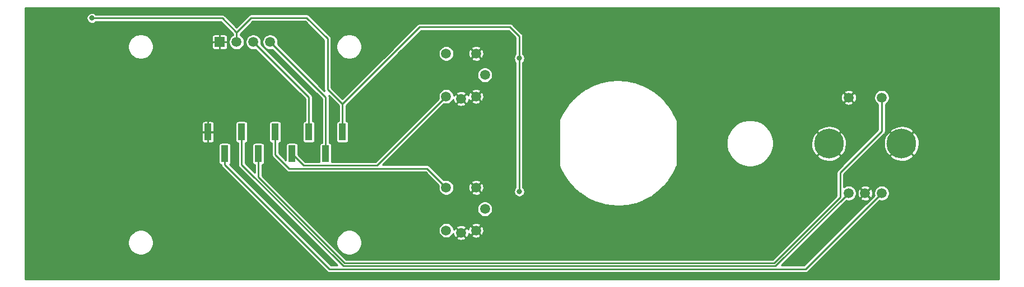
<source format=gbr>
%TF.GenerationSoftware,KiCad,Pcbnew,(5.1.6)-1*%
%TF.CreationDate,2025-04-19T10:28:59-04:00*%
%TF.ProjectId,mt32-pi-bay,6d743332-2d70-4692-9d62-61792e6b6963,rev?*%
%TF.SameCoordinates,Original*%
%TF.FileFunction,Copper,L2,Bot*%
%TF.FilePolarity,Positive*%
%FSLAX46Y46*%
G04 Gerber Fmt 4.6, Leading zero omitted, Abs format (unit mm)*
G04 Created by KiCad (PCBNEW (5.1.6)-1) date 2025-04-19 10:28:59*
%MOMM*%
%LPD*%
G01*
G04 APERTURE LIST*
%TA.AperFunction,ComponentPad*%
%ADD10C,1.508000*%
%TD*%
%TA.AperFunction,ComponentPad*%
%ADD11R,1.508000X1.508000*%
%TD*%
%TA.AperFunction,ComponentPad*%
%ADD12C,1.500000*%
%TD*%
%TA.AperFunction,ComponentPad*%
%ADD13C,4.503000*%
%TD*%
%TA.AperFunction,SMDPad,CuDef*%
%ADD14R,1.000000X2.510000*%
%TD*%
%TA.AperFunction,ViaPad*%
%ADD15C,0.800000*%
%TD*%
%TA.AperFunction,Conductor*%
%ADD16C,0.250000*%
%TD*%
%TA.AperFunction,Conductor*%
%ADD17C,0.254000*%
%TD*%
G04 APERTURE END LIST*
D10*
%TO.P,DS1,4*%
%TO.N,SDA*%
X109982000Y-77477500D03*
%TO.P,DS1,3*%
%TO.N,SCL*%
X107442000Y-77477500D03*
%TO.P,DS1,2*%
%TO.N,+5V*%
X104902000Y-77477500D03*
D11*
%TO.P,DS1,1*%
%TO.N,GND*%
X102362000Y-77477500D03*
%TD*%
D12*
%TO.P,IC1,A1*%
%TO.N,ENC_CLK*%
X197421500Y-100393500D03*
%TO.P,IC1,B1*%
%TO.N,ENC_DAT*%
X202421500Y-100393500D03*
%TO.P,IC1,C1*%
%TO.N,GND*%
X199921500Y-100393500D03*
%TO.P,IC1,D1*%
X197421500Y-85893500D03*
%TO.P,IC1,E1*%
%TO.N,ENC_BTN*%
X202421500Y-85893500D03*
D13*
%TO.P,IC1,MH1*%
%TO.N,GND*%
X194421500Y-92893500D03*
%TO.P,IC1,MH2*%
X205421500Y-92893500D03*
%TD*%
D14*
%TO.P,J1,2*%
%TO.N,SDA*%
X118364000Y-94428500D03*
%TO.P,J1,4*%
%TO.N,BTN1*%
X113284000Y-94428500D03*
%TO.P,J1,6*%
%TO.N,ENC_BTN*%
X108204000Y-94428500D03*
%TO.P,J1,8*%
%TO.N,ENC_DAT*%
X103124000Y-94428500D03*
%TO.P,J1,1*%
%TO.N,+5V*%
X120904000Y-91118500D03*
%TO.P,J1,3*%
%TO.N,SCL*%
X115824000Y-91118500D03*
%TO.P,J1,5*%
%TO.N,BTN2*%
X110744000Y-91118500D03*
%TO.P,J1,7*%
%TO.N,ENC_CLK*%
X105664000Y-91118500D03*
%TO.P,J1,9*%
%TO.N,GND*%
X100584000Y-91118500D03*
%TD*%
D12*
%TO.P,S1,1*%
%TO.N,BTN1*%
X136588500Y-85725000D03*
%TO.P,S1,2*%
X136588500Y-79225000D03*
%TO.P,S1,3*%
%TO.N,GND*%
X141088500Y-85725000D03*
%TO.P,S1,4*%
X141088500Y-79225000D03*
%TO.P,S1,5*%
%TO.N,Net-(R2-Pad2)*%
X142438500Y-82475000D03*
%TO.P,S1,6*%
%TO.N,GND*%
X138838500Y-86075000D03*
%TD*%
%TO.P,S2,6*%
%TO.N,GND*%
X138838500Y-106395000D03*
%TO.P,S2,5*%
%TO.N,Net-(R3-Pad2)*%
X142438500Y-102795000D03*
%TO.P,S2,4*%
%TO.N,GND*%
X141088500Y-99545000D03*
%TO.P,S2,3*%
X141088500Y-106045000D03*
%TO.P,S2,2*%
%TO.N,BTN2*%
X136588500Y-99545000D03*
%TO.P,S2,1*%
X136588500Y-106045000D03*
%TD*%
D15*
%TO.N,+5V*%
X83058000Y-73850500D03*
X147637500Y-79946500D03*
X147637500Y-100139500D03*
%TD*%
D16*
%TO.N,SDA*%
X118364000Y-85859500D02*
X109982000Y-77477500D01*
X118364000Y-94428500D02*
X118364000Y-85859500D01*
%TO.N,SCL*%
X115824000Y-85852000D02*
X115824000Y-91118500D01*
X107442000Y-77477500D02*
X107449500Y-77477500D01*
X107449500Y-77477500D02*
X115824000Y-85852000D01*
%TO.N,+5V*%
X104902000Y-76009500D02*
X104902000Y-77477500D01*
X83058000Y-73850500D02*
X102743000Y-73850500D01*
X102743000Y-73850500D02*
X104902000Y-76009500D01*
X120904000Y-86868000D02*
X118681500Y-84645500D01*
X120904000Y-91118500D02*
X120904000Y-86868000D01*
X118681500Y-84645500D02*
X118681500Y-76962000D01*
X118681500Y-76962000D02*
X115506500Y-73787000D01*
X107124500Y-73787000D02*
X104902000Y-76009500D01*
X115506500Y-73787000D02*
X107124500Y-73787000D01*
X120904000Y-86868000D02*
X128333500Y-79438500D01*
X128333500Y-79438500D02*
X132588000Y-75184000D01*
X132588000Y-75184000D02*
X146240500Y-75184000D01*
X146240500Y-75184000D02*
X147637500Y-76581000D01*
X147637500Y-76581000D02*
X147637500Y-79946500D01*
X147637500Y-79946500D02*
X147637500Y-100139500D01*
%TO.N,ENC_CLK*%
X105664000Y-96076911D02*
X121035100Y-111448011D01*
X186366989Y-111448011D02*
X197421500Y-100393500D01*
X105664000Y-91118500D02*
X105664000Y-96076911D01*
X121035100Y-111448011D02*
X186366989Y-111448011D01*
%TO.N,ENC_DAT*%
X103124000Y-96075500D02*
X118946521Y-111898021D01*
X103124000Y-94428500D02*
X103124000Y-96075500D01*
X190916979Y-111898021D02*
X202421500Y-100393500D01*
X118946521Y-111898021D02*
X190916979Y-111898021D01*
%TO.N,ENC_BTN*%
X202421500Y-91012000D02*
X202421500Y-85893500D01*
X196151500Y-97282000D02*
X202421500Y-91012000D01*
X186180590Y-110998000D02*
X196151500Y-101027090D01*
X196151500Y-101027090D02*
X196151500Y-97282000D01*
X121221500Y-110998000D02*
X186180590Y-110998000D01*
X108204000Y-94428500D02*
X108204000Y-97980500D01*
X108204000Y-97980500D02*
X121221500Y-110998000D01*
%TO.N,BTN1*%
X115052489Y-96196989D02*
X126116511Y-96196989D01*
X126116511Y-96196989D02*
X136588500Y-85725000D01*
X113284000Y-94428500D02*
X115052489Y-96196989D01*
%TO.N,BTN2*%
X133690500Y-96647000D02*
X136588500Y-99545000D01*
X112839500Y-96647000D02*
X133690500Y-96647000D01*
X110744000Y-91118500D02*
X110744000Y-94551500D01*
X110744000Y-94551500D02*
X112839500Y-96647000D01*
%TD*%
D17*
%TO.N,GND*%
G36*
X220147000Y-113467000D02*
G01*
X72969000Y-113467000D01*
X72969000Y-107687707D01*
X88495000Y-107687707D01*
X88495000Y-108067293D01*
X88569053Y-108439585D01*
X88714315Y-108790277D01*
X88925201Y-109105891D01*
X89193609Y-109374299D01*
X89509223Y-109585185D01*
X89859915Y-109730447D01*
X90232207Y-109804500D01*
X90611793Y-109804500D01*
X90984085Y-109730447D01*
X91334777Y-109585185D01*
X91650391Y-109374299D01*
X91918799Y-109105891D01*
X92129685Y-108790277D01*
X92274947Y-108439585D01*
X92349000Y-108067293D01*
X92349000Y-107687707D01*
X92274947Y-107315415D01*
X92129685Y-106964723D01*
X91918799Y-106649109D01*
X91650391Y-106380701D01*
X91334777Y-106169815D01*
X90984085Y-106024553D01*
X90611793Y-105950500D01*
X90232207Y-105950500D01*
X89859915Y-106024553D01*
X89509223Y-106169815D01*
X89193609Y-106380701D01*
X88925201Y-106649109D01*
X88714315Y-106964723D01*
X88569053Y-107315415D01*
X88495000Y-107687707D01*
X72969000Y-107687707D01*
X72969000Y-93173500D01*
X102194934Y-93173500D01*
X102194934Y-95683500D01*
X102203178Y-95767207D01*
X102227595Y-95847696D01*
X102267245Y-95921876D01*
X102320605Y-95986895D01*
X102385624Y-96040255D01*
X102459804Y-96079905D01*
X102540293Y-96104322D01*
X102572481Y-96107492D01*
X102574265Y-96125599D01*
X102579989Y-96183711D01*
X102581198Y-96187697D01*
X102611552Y-96287762D01*
X102662809Y-96383657D01*
X102669492Y-96391800D01*
X102731790Y-96467711D01*
X102752852Y-96484996D01*
X118537030Y-112269176D01*
X118554310Y-112290232D01*
X118575366Y-112307512D01*
X118575367Y-112307513D01*
X118638363Y-112359212D01*
X118734258Y-112410469D01*
X118838310Y-112442033D01*
X118946521Y-112452691D01*
X118973629Y-112450021D01*
X190889873Y-112450021D01*
X190916979Y-112452691D01*
X190944085Y-112450021D01*
X190944088Y-112450021D01*
X191025190Y-112442033D01*
X191129242Y-112410469D01*
X191225137Y-112359212D01*
X191309190Y-112290232D01*
X191326480Y-112269164D01*
X202072663Y-101522983D01*
X202078182Y-101525269D01*
X202305576Y-101570500D01*
X202537424Y-101570500D01*
X202764818Y-101525269D01*
X202979019Y-101436544D01*
X203171794Y-101307736D01*
X203335736Y-101143794D01*
X203464544Y-100951019D01*
X203553269Y-100736818D01*
X203598500Y-100509424D01*
X203598500Y-100277576D01*
X203553269Y-100050182D01*
X203464544Y-99835981D01*
X203335736Y-99643206D01*
X203171794Y-99479264D01*
X202979019Y-99350456D01*
X202764818Y-99261731D01*
X202537424Y-99216500D01*
X202305576Y-99216500D01*
X202078182Y-99261731D01*
X201863981Y-99350456D01*
X201671206Y-99479264D01*
X201507264Y-99643206D01*
X201378456Y-99835981D01*
X201289731Y-100050182D01*
X201244500Y-100277576D01*
X201244500Y-100509424D01*
X201289731Y-100736818D01*
X201292017Y-100742337D01*
X190688335Y-111346021D01*
X187249623Y-111346021D01*
X197072663Y-101522983D01*
X197078182Y-101525269D01*
X197305576Y-101570500D01*
X197537424Y-101570500D01*
X197764818Y-101525269D01*
X197979019Y-101436544D01*
X198171794Y-101307736D01*
X198309132Y-101170398D01*
X199177129Y-101170398D01*
X199245068Y-101363658D01*
X199447334Y-101476983D01*
X199667822Y-101548669D01*
X199898059Y-101575963D01*
X200129196Y-101557816D01*
X200352352Y-101494924D01*
X200558950Y-101389705D01*
X200597932Y-101363658D01*
X200665871Y-101170398D01*
X199921500Y-100426027D01*
X199177129Y-101170398D01*
X198309132Y-101170398D01*
X198335736Y-101143794D01*
X198464544Y-100951019D01*
X198553269Y-100736818D01*
X198598500Y-100509424D01*
X198598500Y-100370059D01*
X198739037Y-100370059D01*
X198757184Y-100601196D01*
X198820076Y-100824352D01*
X198925295Y-101030950D01*
X198951342Y-101069932D01*
X199144602Y-101137871D01*
X199888973Y-100393500D01*
X199954027Y-100393500D01*
X200698398Y-101137871D01*
X200891658Y-101069932D01*
X201004983Y-100867666D01*
X201076669Y-100647178D01*
X201103963Y-100416941D01*
X201085816Y-100185804D01*
X201022924Y-99962648D01*
X200917705Y-99756050D01*
X200891658Y-99717068D01*
X200698398Y-99649129D01*
X199954027Y-100393500D01*
X199888973Y-100393500D01*
X199144602Y-99649129D01*
X198951342Y-99717068D01*
X198838017Y-99919334D01*
X198766331Y-100139822D01*
X198739037Y-100370059D01*
X198598500Y-100370059D01*
X198598500Y-100277576D01*
X198553269Y-100050182D01*
X198464544Y-99835981D01*
X198335736Y-99643206D01*
X198309132Y-99616602D01*
X199177129Y-99616602D01*
X199921500Y-100360973D01*
X200665871Y-99616602D01*
X200597932Y-99423342D01*
X200395666Y-99310017D01*
X200175178Y-99238331D01*
X199944941Y-99211037D01*
X199713804Y-99229184D01*
X199490648Y-99292076D01*
X199284050Y-99397295D01*
X199245068Y-99423342D01*
X199177129Y-99616602D01*
X198309132Y-99616602D01*
X198171794Y-99479264D01*
X197979019Y-99350456D01*
X197764818Y-99261731D01*
X197537424Y-99216500D01*
X197305576Y-99216500D01*
X197078182Y-99261731D01*
X196863981Y-99350456D01*
X196703500Y-99457686D01*
X196703500Y-97510644D01*
X199476787Y-94737357D01*
X203610170Y-94737357D01*
X203858165Y-95084377D01*
X204315622Y-95347272D01*
X204815579Y-95515869D01*
X205338820Y-95583690D01*
X205865239Y-95548129D01*
X206374605Y-95410551D01*
X206847343Y-95176245D01*
X206984835Y-95084377D01*
X207232830Y-94737357D01*
X205421500Y-92926027D01*
X203610170Y-94737357D01*
X199476787Y-94737357D01*
X201403325Y-92810820D01*
X202731310Y-92810820D01*
X202766871Y-93337239D01*
X202904449Y-93846605D01*
X203138755Y-94319343D01*
X203230623Y-94456835D01*
X203577643Y-94704830D01*
X205388973Y-92893500D01*
X205454027Y-92893500D01*
X207265357Y-94704830D01*
X207612377Y-94456835D01*
X207875272Y-93999378D01*
X208043869Y-93499421D01*
X208111690Y-92976180D01*
X208076129Y-92449761D01*
X207938551Y-91940395D01*
X207704245Y-91467657D01*
X207612377Y-91330165D01*
X207265357Y-91082170D01*
X205454027Y-92893500D01*
X205388973Y-92893500D01*
X203577643Y-91082170D01*
X203230623Y-91330165D01*
X202967728Y-91787622D01*
X202799131Y-92287579D01*
X202731310Y-92810820D01*
X201403325Y-92810820D01*
X202792654Y-91421492D01*
X202813711Y-91404211D01*
X202882691Y-91320158D01*
X202933948Y-91224263D01*
X202965512Y-91120211D01*
X202972462Y-91049643D01*
X203610170Y-91049643D01*
X205421500Y-92860973D01*
X207232830Y-91049643D01*
X206984835Y-90702623D01*
X206527378Y-90439728D01*
X206027421Y-90271131D01*
X205504180Y-90203310D01*
X204977761Y-90238871D01*
X204468395Y-90376449D01*
X203995657Y-90610755D01*
X203858165Y-90702623D01*
X203610170Y-91049643D01*
X202972462Y-91049643D01*
X202973500Y-91039109D01*
X202973500Y-91039107D01*
X202976170Y-91012001D01*
X202973500Y-90984895D01*
X202973500Y-86938830D01*
X202979019Y-86936544D01*
X203171794Y-86807736D01*
X203335736Y-86643794D01*
X203464544Y-86451019D01*
X203553269Y-86236818D01*
X203598500Y-86009424D01*
X203598500Y-85777576D01*
X203553269Y-85550182D01*
X203464544Y-85335981D01*
X203335736Y-85143206D01*
X203171794Y-84979264D01*
X202979019Y-84850456D01*
X202764818Y-84761731D01*
X202537424Y-84716500D01*
X202305576Y-84716500D01*
X202078182Y-84761731D01*
X201863981Y-84850456D01*
X201671206Y-84979264D01*
X201507264Y-85143206D01*
X201378456Y-85335981D01*
X201289731Y-85550182D01*
X201244500Y-85777576D01*
X201244500Y-86009424D01*
X201289731Y-86236818D01*
X201378456Y-86451019D01*
X201507264Y-86643794D01*
X201671206Y-86807736D01*
X201863981Y-86936544D01*
X201869501Y-86938830D01*
X201869500Y-90783354D01*
X195780352Y-96872504D01*
X195759290Y-96889789D01*
X195701274Y-96960482D01*
X195690309Y-96973843D01*
X195639052Y-97069738D01*
X195620277Y-97131633D01*
X195610858Y-97162685D01*
X195607489Y-97173790D01*
X195596830Y-97282000D01*
X195599501Y-97309116D01*
X195599500Y-100798444D01*
X185951946Y-110446000D01*
X121450146Y-110446000D01*
X118691853Y-107687707D01*
X119995000Y-107687707D01*
X119995000Y-108067293D01*
X120069053Y-108439585D01*
X120214315Y-108790277D01*
X120425201Y-109105891D01*
X120693609Y-109374299D01*
X121009223Y-109585185D01*
X121359915Y-109730447D01*
X121732207Y-109804500D01*
X122111793Y-109804500D01*
X122484085Y-109730447D01*
X122834777Y-109585185D01*
X123150391Y-109374299D01*
X123418799Y-109105891D01*
X123629685Y-108790277D01*
X123774947Y-108439585D01*
X123849000Y-108067293D01*
X123849000Y-107687707D01*
X123774947Y-107315415D01*
X123629685Y-106964723D01*
X123418799Y-106649109D01*
X123150391Y-106380701D01*
X122834777Y-106169815D01*
X122484085Y-106024553D01*
X122111793Y-105950500D01*
X121732207Y-105950500D01*
X121359915Y-106024553D01*
X121009223Y-106169815D01*
X120693609Y-106380701D01*
X120425201Y-106649109D01*
X120214315Y-106964723D01*
X120069053Y-107315415D01*
X119995000Y-107687707D01*
X118691853Y-107687707D01*
X116933222Y-105929076D01*
X135411500Y-105929076D01*
X135411500Y-106160924D01*
X135456731Y-106388318D01*
X135545456Y-106602519D01*
X135674264Y-106795294D01*
X135838206Y-106959236D01*
X136030981Y-107088044D01*
X136245182Y-107176769D01*
X136472576Y-107222000D01*
X136704424Y-107222000D01*
X136931818Y-107176769D01*
X136943577Y-107171898D01*
X138094129Y-107171898D01*
X138162068Y-107365158D01*
X138364334Y-107478483D01*
X138584822Y-107550169D01*
X138815059Y-107577463D01*
X139046196Y-107559316D01*
X139269352Y-107496424D01*
X139475950Y-107391205D01*
X139514932Y-107365158D01*
X139582871Y-107171898D01*
X138838500Y-106427527D01*
X138094129Y-107171898D01*
X136943577Y-107171898D01*
X137146019Y-107088044D01*
X137338794Y-106959236D01*
X137502736Y-106795294D01*
X137631544Y-106602519D01*
X137667378Y-106516008D01*
X137674184Y-106602696D01*
X137737076Y-106825852D01*
X137842295Y-107032450D01*
X137868342Y-107071432D01*
X138061602Y-107139371D01*
X138805973Y-106395000D01*
X138871027Y-106395000D01*
X139615398Y-107139371D01*
X139808658Y-107071432D01*
X139921983Y-106869166D01*
X139937350Y-106821898D01*
X140344129Y-106821898D01*
X140412068Y-107015158D01*
X140614334Y-107128483D01*
X140834822Y-107200169D01*
X141065059Y-107227463D01*
X141296196Y-107209316D01*
X141519352Y-107146424D01*
X141725950Y-107041205D01*
X141764932Y-107015158D01*
X141832871Y-106821898D01*
X141088500Y-106077527D01*
X140344129Y-106821898D01*
X139937350Y-106821898D01*
X139993669Y-106648678D01*
X140009044Y-106518986D01*
X140092295Y-106682450D01*
X140118342Y-106721432D01*
X140311602Y-106789371D01*
X141055973Y-106045000D01*
X141121027Y-106045000D01*
X141865398Y-106789371D01*
X142058658Y-106721432D01*
X142171983Y-106519166D01*
X142243669Y-106298678D01*
X142270963Y-106068441D01*
X142252816Y-105837304D01*
X142189924Y-105614148D01*
X142084705Y-105407550D01*
X142058658Y-105368568D01*
X141865398Y-105300629D01*
X141121027Y-106045000D01*
X141055973Y-106045000D01*
X140311602Y-105300629D01*
X140118342Y-105368568D01*
X140005017Y-105570834D01*
X139933331Y-105791322D01*
X139917956Y-105921014D01*
X139834705Y-105757550D01*
X139808658Y-105718568D01*
X139615398Y-105650629D01*
X138871027Y-106395000D01*
X138805973Y-106395000D01*
X138061602Y-105650629D01*
X137868342Y-105718568D01*
X137761544Y-105909185D01*
X137720269Y-105701682D01*
X137685650Y-105618102D01*
X138094129Y-105618102D01*
X138838500Y-106362473D01*
X139582871Y-105618102D01*
X139514932Y-105424842D01*
X139312666Y-105311517D01*
X139179133Y-105268102D01*
X140344129Y-105268102D01*
X141088500Y-106012473D01*
X141832871Y-105268102D01*
X141764932Y-105074842D01*
X141562666Y-104961517D01*
X141342178Y-104889831D01*
X141111941Y-104862537D01*
X140880804Y-104880684D01*
X140657648Y-104943576D01*
X140451050Y-105048795D01*
X140412068Y-105074842D01*
X140344129Y-105268102D01*
X139179133Y-105268102D01*
X139092178Y-105239831D01*
X138861941Y-105212537D01*
X138630804Y-105230684D01*
X138407648Y-105293576D01*
X138201050Y-105398795D01*
X138162068Y-105424842D01*
X138094129Y-105618102D01*
X137685650Y-105618102D01*
X137631544Y-105487481D01*
X137502736Y-105294706D01*
X137338794Y-105130764D01*
X137146019Y-105001956D01*
X136931818Y-104913231D01*
X136704424Y-104868000D01*
X136472576Y-104868000D01*
X136245182Y-104913231D01*
X136030981Y-105001956D01*
X135838206Y-105130764D01*
X135674264Y-105294706D01*
X135545456Y-105487481D01*
X135456731Y-105701682D01*
X135411500Y-105929076D01*
X116933222Y-105929076D01*
X113683222Y-102679076D01*
X141261500Y-102679076D01*
X141261500Y-102910924D01*
X141306731Y-103138318D01*
X141395456Y-103352519D01*
X141524264Y-103545294D01*
X141688206Y-103709236D01*
X141880981Y-103838044D01*
X142095182Y-103926769D01*
X142322576Y-103972000D01*
X142554424Y-103972000D01*
X142781818Y-103926769D01*
X142996019Y-103838044D01*
X143188794Y-103709236D01*
X143352736Y-103545294D01*
X143481544Y-103352519D01*
X143570269Y-103138318D01*
X143615500Y-102910924D01*
X143615500Y-102679076D01*
X143570269Y-102451682D01*
X143481544Y-102237481D01*
X143352736Y-102044706D01*
X143188794Y-101880764D01*
X142996019Y-101751956D01*
X142781818Y-101663231D01*
X142554424Y-101618000D01*
X142322576Y-101618000D01*
X142095182Y-101663231D01*
X141880981Y-101751956D01*
X141688206Y-101880764D01*
X141524264Y-102044706D01*
X141395456Y-102237481D01*
X141306731Y-102451682D01*
X141261500Y-102679076D01*
X113683222Y-102679076D01*
X108756000Y-97751856D01*
X108756000Y-96107445D01*
X108787707Y-96104322D01*
X108868196Y-96079905D01*
X108942376Y-96040255D01*
X109007395Y-95986895D01*
X109060755Y-95921876D01*
X109100405Y-95847696D01*
X109124822Y-95767207D01*
X109133066Y-95683500D01*
X109133066Y-93173500D01*
X109124822Y-93089793D01*
X109100405Y-93009304D01*
X109060755Y-92935124D01*
X109007395Y-92870105D01*
X108942376Y-92816745D01*
X108868196Y-92777095D01*
X108787707Y-92752678D01*
X108704000Y-92744434D01*
X107704000Y-92744434D01*
X107620293Y-92752678D01*
X107539804Y-92777095D01*
X107465624Y-92816745D01*
X107400605Y-92870105D01*
X107347245Y-92935124D01*
X107307595Y-93009304D01*
X107283178Y-93089793D01*
X107274934Y-93173500D01*
X107274934Y-95683500D01*
X107283178Y-95767207D01*
X107307595Y-95847696D01*
X107347245Y-95921876D01*
X107400605Y-95986895D01*
X107465624Y-96040255D01*
X107539804Y-96079905D01*
X107620293Y-96104322D01*
X107652000Y-96107445D01*
X107652001Y-97284268D01*
X106216000Y-95848267D01*
X106216000Y-92797445D01*
X106247707Y-92794322D01*
X106328196Y-92769905D01*
X106402376Y-92730255D01*
X106467395Y-92676895D01*
X106520755Y-92611876D01*
X106560405Y-92537696D01*
X106584822Y-92457207D01*
X106593066Y-92373500D01*
X106593066Y-89863500D01*
X106584822Y-89779793D01*
X106560405Y-89699304D01*
X106520755Y-89625124D01*
X106467395Y-89560105D01*
X106402376Y-89506745D01*
X106328196Y-89467095D01*
X106247707Y-89442678D01*
X106164000Y-89434434D01*
X105164000Y-89434434D01*
X105080293Y-89442678D01*
X104999804Y-89467095D01*
X104925624Y-89506745D01*
X104860605Y-89560105D01*
X104807245Y-89625124D01*
X104767595Y-89699304D01*
X104743178Y-89779793D01*
X104734934Y-89863500D01*
X104734934Y-92373500D01*
X104743178Y-92457207D01*
X104767595Y-92537696D01*
X104807245Y-92611876D01*
X104860605Y-92676895D01*
X104925624Y-92730255D01*
X104999804Y-92769905D01*
X105080293Y-92794322D01*
X105112000Y-92797445D01*
X105112001Y-96049795D01*
X105109330Y-96076911D01*
X105114126Y-96125599D01*
X105119989Y-96185122D01*
X105120770Y-96187697D01*
X105151552Y-96289173D01*
X105202809Y-96385068D01*
X105208334Y-96391800D01*
X105271790Y-96469122D01*
X105292852Y-96486407D01*
X120152464Y-111346021D01*
X119175167Y-111346021D01*
X103866233Y-96037089D01*
X103927395Y-95986895D01*
X103980755Y-95921876D01*
X104020405Y-95847696D01*
X104044822Y-95767207D01*
X104053066Y-95683500D01*
X104053066Y-93173500D01*
X104044822Y-93089793D01*
X104020405Y-93009304D01*
X103980755Y-92935124D01*
X103927395Y-92870105D01*
X103862376Y-92816745D01*
X103788196Y-92777095D01*
X103707707Y-92752678D01*
X103624000Y-92744434D01*
X102624000Y-92744434D01*
X102540293Y-92752678D01*
X102459804Y-92777095D01*
X102385624Y-92816745D01*
X102320605Y-92870105D01*
X102267245Y-92935124D01*
X102227595Y-93009304D01*
X102203178Y-93089793D01*
X102194934Y-93173500D01*
X72969000Y-93173500D01*
X72969000Y-92373500D01*
X99654934Y-92373500D01*
X99663178Y-92457207D01*
X99687595Y-92537696D01*
X99727245Y-92611876D01*
X99780605Y-92676895D01*
X99845624Y-92730255D01*
X99919804Y-92769905D01*
X100000293Y-92794322D01*
X100084000Y-92802566D01*
X100454250Y-92800500D01*
X100561000Y-92693750D01*
X100561000Y-91141500D01*
X100607000Y-91141500D01*
X100607000Y-92693750D01*
X100713750Y-92800500D01*
X101084000Y-92802566D01*
X101167707Y-92794322D01*
X101248196Y-92769905D01*
X101322376Y-92730255D01*
X101387395Y-92676895D01*
X101440755Y-92611876D01*
X101480405Y-92537696D01*
X101504822Y-92457207D01*
X101513066Y-92373500D01*
X101511000Y-91248250D01*
X101404250Y-91141500D01*
X100607000Y-91141500D01*
X100561000Y-91141500D01*
X99763750Y-91141500D01*
X99657000Y-91248250D01*
X99654934Y-92373500D01*
X72969000Y-92373500D01*
X72969000Y-89863500D01*
X99654934Y-89863500D01*
X99657000Y-90988750D01*
X99763750Y-91095500D01*
X100561000Y-91095500D01*
X100561000Y-89543250D01*
X100607000Y-89543250D01*
X100607000Y-91095500D01*
X101404250Y-91095500D01*
X101511000Y-90988750D01*
X101513066Y-89863500D01*
X101504822Y-89779793D01*
X101480405Y-89699304D01*
X101440755Y-89625124D01*
X101387395Y-89560105D01*
X101322376Y-89506745D01*
X101248196Y-89467095D01*
X101167707Y-89442678D01*
X101084000Y-89434434D01*
X100713750Y-89436500D01*
X100607000Y-89543250D01*
X100561000Y-89543250D01*
X100454250Y-89436500D01*
X100084000Y-89434434D01*
X100000293Y-89442678D01*
X99919804Y-89467095D01*
X99845624Y-89506745D01*
X99780605Y-89560105D01*
X99727245Y-89625124D01*
X99687595Y-89699304D01*
X99663178Y-89779793D01*
X99654934Y-89863500D01*
X72969000Y-89863500D01*
X72969000Y-77987707D01*
X88495000Y-77987707D01*
X88495000Y-78367293D01*
X88569053Y-78739585D01*
X88714315Y-79090277D01*
X88925201Y-79405891D01*
X89193609Y-79674299D01*
X89509223Y-79885185D01*
X89859915Y-80030447D01*
X90232207Y-80104500D01*
X90611793Y-80104500D01*
X90984085Y-80030447D01*
X91334777Y-79885185D01*
X91650391Y-79674299D01*
X91918799Y-79405891D01*
X92129685Y-79090277D01*
X92274947Y-78739585D01*
X92349000Y-78367293D01*
X92349000Y-78231500D01*
X101178934Y-78231500D01*
X101187178Y-78315207D01*
X101211595Y-78395696D01*
X101251245Y-78469876D01*
X101304605Y-78534895D01*
X101369624Y-78588255D01*
X101443804Y-78627905D01*
X101524293Y-78652322D01*
X101608000Y-78660566D01*
X102232250Y-78658500D01*
X102339000Y-78551750D01*
X102339000Y-77500500D01*
X102385000Y-77500500D01*
X102385000Y-78551750D01*
X102491750Y-78658500D01*
X103116000Y-78660566D01*
X103199707Y-78652322D01*
X103280196Y-78627905D01*
X103354376Y-78588255D01*
X103419395Y-78534895D01*
X103472755Y-78469876D01*
X103512405Y-78395696D01*
X103536822Y-78315207D01*
X103545066Y-78231500D01*
X103543000Y-77607250D01*
X103436250Y-77500500D01*
X102385000Y-77500500D01*
X102339000Y-77500500D01*
X101287750Y-77500500D01*
X101181000Y-77607250D01*
X101178934Y-78231500D01*
X92349000Y-78231500D01*
X92349000Y-77987707D01*
X92274947Y-77615415D01*
X92129685Y-77264723D01*
X91918799Y-76949109D01*
X91693190Y-76723500D01*
X101178934Y-76723500D01*
X101181000Y-77347750D01*
X101287750Y-77454500D01*
X102339000Y-77454500D01*
X102339000Y-76403250D01*
X102385000Y-76403250D01*
X102385000Y-77454500D01*
X103436250Y-77454500D01*
X103543000Y-77347750D01*
X103545066Y-76723500D01*
X103536822Y-76639793D01*
X103512405Y-76559304D01*
X103472755Y-76485124D01*
X103419395Y-76420105D01*
X103354376Y-76366745D01*
X103280196Y-76327095D01*
X103199707Y-76302678D01*
X103116000Y-76294434D01*
X102491750Y-76296500D01*
X102385000Y-76403250D01*
X102339000Y-76403250D01*
X102232250Y-76296500D01*
X101608000Y-76294434D01*
X101524293Y-76302678D01*
X101443804Y-76327095D01*
X101369624Y-76366745D01*
X101304605Y-76420105D01*
X101251245Y-76485124D01*
X101211595Y-76559304D01*
X101187178Y-76639793D01*
X101178934Y-76723500D01*
X91693190Y-76723500D01*
X91650391Y-76680701D01*
X91334777Y-76469815D01*
X90984085Y-76324553D01*
X90611793Y-76250500D01*
X90232207Y-76250500D01*
X89859915Y-76324553D01*
X89509223Y-76469815D01*
X89193609Y-76680701D01*
X88925201Y-76949109D01*
X88714315Y-77264723D01*
X88569053Y-77615415D01*
X88495000Y-77987707D01*
X72969000Y-77987707D01*
X72969000Y-73769048D01*
X82231000Y-73769048D01*
X82231000Y-73931952D01*
X82262782Y-74091727D01*
X82325123Y-74242231D01*
X82415628Y-74377681D01*
X82530819Y-74492872D01*
X82666269Y-74583377D01*
X82816773Y-74645718D01*
X82976548Y-74677500D01*
X83139452Y-74677500D01*
X83299227Y-74645718D01*
X83449731Y-74583377D01*
X83585181Y-74492872D01*
X83675553Y-74402500D01*
X102514356Y-74402500D01*
X104350000Y-76238146D01*
X104350000Y-76427841D01*
X104342587Y-76430912D01*
X104149157Y-76560158D01*
X103984658Y-76724657D01*
X103855412Y-76918087D01*
X103766386Y-77133015D01*
X103721000Y-77361182D01*
X103721000Y-77593818D01*
X103766386Y-77821985D01*
X103855412Y-78036913D01*
X103984658Y-78230343D01*
X104149157Y-78394842D01*
X104342587Y-78524088D01*
X104557515Y-78613114D01*
X104785682Y-78658500D01*
X105018318Y-78658500D01*
X105246485Y-78613114D01*
X105461413Y-78524088D01*
X105654843Y-78394842D01*
X105819342Y-78230343D01*
X105948588Y-78036913D01*
X106037614Y-77821985D01*
X106083000Y-77593818D01*
X106083000Y-77361182D01*
X106261000Y-77361182D01*
X106261000Y-77593818D01*
X106306386Y-77821985D01*
X106395412Y-78036913D01*
X106524658Y-78230343D01*
X106689157Y-78394842D01*
X106882587Y-78524088D01*
X107097515Y-78613114D01*
X107325682Y-78658500D01*
X107558318Y-78658500D01*
X107786485Y-78613114D01*
X107799202Y-78607846D01*
X115272000Y-86080646D01*
X115272001Y-89439555D01*
X115240293Y-89442678D01*
X115159804Y-89467095D01*
X115085624Y-89506745D01*
X115020605Y-89560105D01*
X114967245Y-89625124D01*
X114927595Y-89699304D01*
X114903178Y-89779793D01*
X114894934Y-89863500D01*
X114894934Y-92373500D01*
X114903178Y-92457207D01*
X114927595Y-92537696D01*
X114967245Y-92611876D01*
X115020605Y-92676895D01*
X115085624Y-92730255D01*
X115159804Y-92769905D01*
X115240293Y-92794322D01*
X115324000Y-92802566D01*
X116324000Y-92802566D01*
X116407707Y-92794322D01*
X116488196Y-92769905D01*
X116562376Y-92730255D01*
X116627395Y-92676895D01*
X116680755Y-92611876D01*
X116720405Y-92537696D01*
X116744822Y-92457207D01*
X116753066Y-92373500D01*
X116753066Y-89863500D01*
X116744822Y-89779793D01*
X116720405Y-89699304D01*
X116680755Y-89625124D01*
X116627395Y-89560105D01*
X116562376Y-89506745D01*
X116488196Y-89467095D01*
X116407707Y-89442678D01*
X116376000Y-89439555D01*
X116376000Y-85879097D01*
X116378669Y-85851999D01*
X116376000Y-85824901D01*
X116376000Y-85824891D01*
X116368012Y-85743789D01*
X116336448Y-85639737D01*
X116285191Y-85543842D01*
X116216211Y-85459789D01*
X116195154Y-85442508D01*
X108576740Y-77824096D01*
X108577614Y-77821985D01*
X108623000Y-77593818D01*
X108623000Y-77361182D01*
X108577614Y-77133015D01*
X108488588Y-76918087D01*
X108359342Y-76724657D01*
X108194843Y-76560158D01*
X108001413Y-76430912D01*
X107786485Y-76341886D01*
X107558318Y-76296500D01*
X107325682Y-76296500D01*
X107097515Y-76341886D01*
X106882587Y-76430912D01*
X106689157Y-76560158D01*
X106524658Y-76724657D01*
X106395412Y-76918087D01*
X106306386Y-77133015D01*
X106261000Y-77361182D01*
X106083000Y-77361182D01*
X106037614Y-77133015D01*
X105948588Y-76918087D01*
X105819342Y-76724657D01*
X105654843Y-76560158D01*
X105461413Y-76430912D01*
X105454000Y-76427841D01*
X105454000Y-76238144D01*
X107353146Y-74339000D01*
X115277856Y-74339000D01*
X118129501Y-77190647D01*
X118129500Y-84618394D01*
X118126830Y-84645500D01*
X118129500Y-84672606D01*
X118129500Y-84672608D01*
X118137488Y-84753710D01*
X118169052Y-84857762D01*
X118199072Y-84913926D01*
X111114543Y-77829399D01*
X111117614Y-77821985D01*
X111163000Y-77593818D01*
X111163000Y-77361182D01*
X111117614Y-77133015D01*
X111028588Y-76918087D01*
X110899342Y-76724657D01*
X110734843Y-76560158D01*
X110541413Y-76430912D01*
X110326485Y-76341886D01*
X110098318Y-76296500D01*
X109865682Y-76296500D01*
X109637515Y-76341886D01*
X109422587Y-76430912D01*
X109229157Y-76560158D01*
X109064658Y-76724657D01*
X108935412Y-76918087D01*
X108846386Y-77133015D01*
X108801000Y-77361182D01*
X108801000Y-77593818D01*
X108846386Y-77821985D01*
X108935412Y-78036913D01*
X109064658Y-78230343D01*
X109229157Y-78394842D01*
X109422587Y-78524088D01*
X109637515Y-78613114D01*
X109865682Y-78658500D01*
X110098318Y-78658500D01*
X110326485Y-78613114D01*
X110333899Y-78610043D01*
X117812001Y-86088147D01*
X117812000Y-92749555D01*
X117780293Y-92752678D01*
X117699804Y-92777095D01*
X117625624Y-92816745D01*
X117560605Y-92870105D01*
X117507245Y-92935124D01*
X117467595Y-93009304D01*
X117443178Y-93089793D01*
X117434934Y-93173500D01*
X117434934Y-95644989D01*
X115281135Y-95644989D01*
X114213066Y-94576921D01*
X114213066Y-93173500D01*
X114204822Y-93089793D01*
X114180405Y-93009304D01*
X114140755Y-92935124D01*
X114087395Y-92870105D01*
X114022376Y-92816745D01*
X113948196Y-92777095D01*
X113867707Y-92752678D01*
X113784000Y-92744434D01*
X112784000Y-92744434D01*
X112700293Y-92752678D01*
X112619804Y-92777095D01*
X112545624Y-92816745D01*
X112480605Y-92870105D01*
X112427245Y-92935124D01*
X112387595Y-93009304D01*
X112363178Y-93089793D01*
X112354934Y-93173500D01*
X112354934Y-95381789D01*
X111296000Y-94322856D01*
X111296000Y-92797445D01*
X111327707Y-92794322D01*
X111408196Y-92769905D01*
X111482376Y-92730255D01*
X111547395Y-92676895D01*
X111600755Y-92611876D01*
X111640405Y-92537696D01*
X111664822Y-92457207D01*
X111673066Y-92373500D01*
X111673066Y-89863500D01*
X111664822Y-89779793D01*
X111640405Y-89699304D01*
X111600755Y-89625124D01*
X111547395Y-89560105D01*
X111482376Y-89506745D01*
X111408196Y-89467095D01*
X111327707Y-89442678D01*
X111244000Y-89434434D01*
X110244000Y-89434434D01*
X110160293Y-89442678D01*
X110079804Y-89467095D01*
X110005624Y-89506745D01*
X109940605Y-89560105D01*
X109887245Y-89625124D01*
X109847595Y-89699304D01*
X109823178Y-89779793D01*
X109814934Y-89863500D01*
X109814934Y-92373500D01*
X109823178Y-92457207D01*
X109847595Y-92537696D01*
X109887245Y-92611876D01*
X109940605Y-92676895D01*
X110005624Y-92730255D01*
X110079804Y-92769905D01*
X110160293Y-92794322D01*
X110192000Y-92797445D01*
X110192001Y-94524384D01*
X110189330Y-94551500D01*
X110199989Y-94659710D01*
X110231552Y-94763762D01*
X110261992Y-94820711D01*
X110282810Y-94859658D01*
X110351790Y-94943711D01*
X110372852Y-94960996D01*
X112430007Y-97018153D01*
X112447289Y-97039211D01*
X112468345Y-97056491D01*
X112468346Y-97056492D01*
X112531342Y-97108191D01*
X112627237Y-97159448D01*
X112731289Y-97191012D01*
X112839500Y-97201670D01*
X112866609Y-97199000D01*
X133461856Y-97199000D01*
X135459017Y-99196162D01*
X135456731Y-99201682D01*
X135411500Y-99429076D01*
X135411500Y-99660924D01*
X135456731Y-99888318D01*
X135545456Y-100102519D01*
X135674264Y-100295294D01*
X135838206Y-100459236D01*
X136030981Y-100588044D01*
X136245182Y-100676769D01*
X136472576Y-100722000D01*
X136704424Y-100722000D01*
X136931818Y-100676769D01*
X137146019Y-100588044D01*
X137338794Y-100459236D01*
X137476132Y-100321898D01*
X140344129Y-100321898D01*
X140412068Y-100515158D01*
X140614334Y-100628483D01*
X140834822Y-100700169D01*
X141065059Y-100727463D01*
X141296196Y-100709316D01*
X141519352Y-100646424D01*
X141725950Y-100541205D01*
X141764932Y-100515158D01*
X141832871Y-100321898D01*
X141088500Y-99577527D01*
X140344129Y-100321898D01*
X137476132Y-100321898D01*
X137502736Y-100295294D01*
X137631544Y-100102519D01*
X137720269Y-99888318D01*
X137765500Y-99660924D01*
X137765500Y-99521559D01*
X139906037Y-99521559D01*
X139924184Y-99752696D01*
X139987076Y-99975852D01*
X140092295Y-100182450D01*
X140118342Y-100221432D01*
X140311602Y-100289371D01*
X141055973Y-99545000D01*
X141121027Y-99545000D01*
X141865398Y-100289371D01*
X142058658Y-100221432D01*
X142171983Y-100019166D01*
X142243669Y-99798678D01*
X142270963Y-99568441D01*
X142252816Y-99337304D01*
X142189924Y-99114148D01*
X142084705Y-98907550D01*
X142058658Y-98868568D01*
X141865398Y-98800629D01*
X141121027Y-99545000D01*
X141055973Y-99545000D01*
X140311602Y-98800629D01*
X140118342Y-98868568D01*
X140005017Y-99070834D01*
X139933331Y-99291322D01*
X139906037Y-99521559D01*
X137765500Y-99521559D01*
X137765500Y-99429076D01*
X137720269Y-99201682D01*
X137631544Y-98987481D01*
X137502736Y-98794706D01*
X137476132Y-98768102D01*
X140344129Y-98768102D01*
X141088500Y-99512473D01*
X141832871Y-98768102D01*
X141764932Y-98574842D01*
X141562666Y-98461517D01*
X141342178Y-98389831D01*
X141111941Y-98362537D01*
X140880804Y-98380684D01*
X140657648Y-98443576D01*
X140451050Y-98548795D01*
X140412068Y-98574842D01*
X140344129Y-98768102D01*
X137476132Y-98768102D01*
X137338794Y-98630764D01*
X137146019Y-98501956D01*
X136931818Y-98413231D01*
X136704424Y-98368000D01*
X136472576Y-98368000D01*
X136245182Y-98413231D01*
X136239662Y-98415517D01*
X134100001Y-96275857D01*
X134082711Y-96254789D01*
X133998658Y-96185809D01*
X133902763Y-96134552D01*
X133798711Y-96102988D01*
X133717609Y-96095000D01*
X133717606Y-96095000D01*
X133690500Y-96092330D01*
X133663394Y-96095000D01*
X126999144Y-96095000D01*
X136239662Y-86854483D01*
X136245182Y-86856769D01*
X136472576Y-86902000D01*
X136704424Y-86902000D01*
X136931818Y-86856769D01*
X136943577Y-86851898D01*
X138094129Y-86851898D01*
X138162068Y-87045158D01*
X138364334Y-87158483D01*
X138584822Y-87230169D01*
X138815059Y-87257463D01*
X139046196Y-87239316D01*
X139269352Y-87176424D01*
X139475950Y-87071205D01*
X139514932Y-87045158D01*
X139582871Y-86851898D01*
X138838500Y-86107527D01*
X138094129Y-86851898D01*
X136943577Y-86851898D01*
X137146019Y-86768044D01*
X137338794Y-86639236D01*
X137502736Y-86475294D01*
X137631544Y-86282519D01*
X137667378Y-86196008D01*
X137674184Y-86282696D01*
X137737076Y-86505852D01*
X137842295Y-86712450D01*
X137868342Y-86751432D01*
X138061602Y-86819371D01*
X138805973Y-86075000D01*
X138871027Y-86075000D01*
X139615398Y-86819371D01*
X139808658Y-86751432D01*
X139921983Y-86549166D01*
X139937350Y-86501898D01*
X140344129Y-86501898D01*
X140412068Y-86695158D01*
X140614334Y-86808483D01*
X140834822Y-86880169D01*
X141065059Y-86907463D01*
X141296196Y-86889316D01*
X141519352Y-86826424D01*
X141725950Y-86721205D01*
X141764932Y-86695158D01*
X141832871Y-86501898D01*
X141088500Y-85757527D01*
X140344129Y-86501898D01*
X139937350Y-86501898D01*
X139993669Y-86328678D01*
X140009044Y-86198986D01*
X140092295Y-86362450D01*
X140118342Y-86401432D01*
X140311602Y-86469371D01*
X141055973Y-85725000D01*
X141121027Y-85725000D01*
X141865398Y-86469371D01*
X142058658Y-86401432D01*
X142171983Y-86199166D01*
X142243669Y-85978678D01*
X142270963Y-85748441D01*
X142252816Y-85517304D01*
X142189924Y-85294148D01*
X142084705Y-85087550D01*
X142058658Y-85048568D01*
X141865398Y-84980629D01*
X141121027Y-85725000D01*
X141055973Y-85725000D01*
X140311602Y-84980629D01*
X140118342Y-85048568D01*
X140005017Y-85250834D01*
X139933331Y-85471322D01*
X139917956Y-85601014D01*
X139834705Y-85437550D01*
X139808658Y-85398568D01*
X139615398Y-85330629D01*
X138871027Y-86075000D01*
X138805973Y-86075000D01*
X138061602Y-85330629D01*
X137868342Y-85398568D01*
X137761544Y-85589185D01*
X137720269Y-85381682D01*
X137685650Y-85298102D01*
X138094129Y-85298102D01*
X138838500Y-86042473D01*
X139582871Y-85298102D01*
X139514932Y-85104842D01*
X139312666Y-84991517D01*
X139179133Y-84948102D01*
X140344129Y-84948102D01*
X141088500Y-85692473D01*
X141832871Y-84948102D01*
X141764932Y-84754842D01*
X141562666Y-84641517D01*
X141342178Y-84569831D01*
X141111941Y-84542537D01*
X140880804Y-84560684D01*
X140657648Y-84623576D01*
X140451050Y-84728795D01*
X140412068Y-84754842D01*
X140344129Y-84948102D01*
X139179133Y-84948102D01*
X139092178Y-84919831D01*
X138861941Y-84892537D01*
X138630804Y-84910684D01*
X138407648Y-84973576D01*
X138201050Y-85078795D01*
X138162068Y-85104842D01*
X138094129Y-85298102D01*
X137685650Y-85298102D01*
X137631544Y-85167481D01*
X137502736Y-84974706D01*
X137338794Y-84810764D01*
X137146019Y-84681956D01*
X136931818Y-84593231D01*
X136704424Y-84548000D01*
X136472576Y-84548000D01*
X136245182Y-84593231D01*
X136030981Y-84681956D01*
X135838206Y-84810764D01*
X135674264Y-84974706D01*
X135545456Y-85167481D01*
X135456731Y-85381682D01*
X135411500Y-85609076D01*
X135411500Y-85840924D01*
X135456731Y-86068318D01*
X135459017Y-86073838D01*
X125887867Y-95644989D01*
X119293066Y-95644989D01*
X119293066Y-93173500D01*
X119284822Y-93089793D01*
X119260405Y-93009304D01*
X119220755Y-92935124D01*
X119167395Y-92870105D01*
X119102376Y-92816745D01*
X119028196Y-92777095D01*
X118947707Y-92752678D01*
X118916000Y-92749555D01*
X118916000Y-85886605D01*
X118918670Y-85859499D01*
X118915261Y-85824891D01*
X118908012Y-85751289D01*
X118876448Y-85647237D01*
X118846427Y-85591071D01*
X120352001Y-87096647D01*
X120352000Y-89439555D01*
X120320293Y-89442678D01*
X120239804Y-89467095D01*
X120165624Y-89506745D01*
X120100605Y-89560105D01*
X120047245Y-89625124D01*
X120007595Y-89699304D01*
X119983178Y-89779793D01*
X119974934Y-89863500D01*
X119974934Y-92373500D01*
X119983178Y-92457207D01*
X120007595Y-92537696D01*
X120047245Y-92611876D01*
X120100605Y-92676895D01*
X120165624Y-92730255D01*
X120239804Y-92769905D01*
X120320293Y-92794322D01*
X120404000Y-92802566D01*
X121404000Y-92802566D01*
X121487707Y-92794322D01*
X121568196Y-92769905D01*
X121642376Y-92730255D01*
X121707395Y-92676895D01*
X121760755Y-92611876D01*
X121800405Y-92537696D01*
X121824822Y-92457207D01*
X121833066Y-92373500D01*
X121833066Y-89863500D01*
X121824822Y-89779793D01*
X121800405Y-89699304D01*
X121760755Y-89625124D01*
X121707395Y-89560105D01*
X121642376Y-89506745D01*
X121568196Y-89467095D01*
X121487707Y-89442678D01*
X121456000Y-89439555D01*
X121456000Y-87096644D01*
X126193569Y-82359076D01*
X141261500Y-82359076D01*
X141261500Y-82590924D01*
X141306731Y-82818318D01*
X141395456Y-83032519D01*
X141524264Y-83225294D01*
X141688206Y-83389236D01*
X141880981Y-83518044D01*
X142095182Y-83606769D01*
X142322576Y-83652000D01*
X142554424Y-83652000D01*
X142781818Y-83606769D01*
X142996019Y-83518044D01*
X143188794Y-83389236D01*
X143352736Y-83225294D01*
X143481544Y-83032519D01*
X143570269Y-82818318D01*
X143615500Y-82590924D01*
X143615500Y-82359076D01*
X143570269Y-82131682D01*
X143481544Y-81917481D01*
X143352736Y-81724706D01*
X143188794Y-81560764D01*
X142996019Y-81431956D01*
X142781818Y-81343231D01*
X142554424Y-81298000D01*
X142322576Y-81298000D01*
X142095182Y-81343231D01*
X141880981Y-81431956D01*
X141688206Y-81560764D01*
X141524264Y-81724706D01*
X141395456Y-81917481D01*
X141306731Y-82131682D01*
X141261500Y-82359076D01*
X126193569Y-82359076D01*
X128742992Y-79809654D01*
X128743001Y-79809643D01*
X129443568Y-79109076D01*
X135411500Y-79109076D01*
X135411500Y-79340924D01*
X135456731Y-79568318D01*
X135545456Y-79782519D01*
X135674264Y-79975294D01*
X135838206Y-80139236D01*
X136030981Y-80268044D01*
X136245182Y-80356769D01*
X136472576Y-80402000D01*
X136704424Y-80402000D01*
X136931818Y-80356769D01*
X137146019Y-80268044D01*
X137338794Y-80139236D01*
X137476132Y-80001898D01*
X140344129Y-80001898D01*
X140412068Y-80195158D01*
X140614334Y-80308483D01*
X140834822Y-80380169D01*
X141065059Y-80407463D01*
X141296196Y-80389316D01*
X141519352Y-80326424D01*
X141725950Y-80221205D01*
X141764932Y-80195158D01*
X141832871Y-80001898D01*
X141088500Y-79257527D01*
X140344129Y-80001898D01*
X137476132Y-80001898D01*
X137502736Y-79975294D01*
X137631544Y-79782519D01*
X137720269Y-79568318D01*
X137765500Y-79340924D01*
X137765500Y-79201559D01*
X139906037Y-79201559D01*
X139924184Y-79432696D01*
X139987076Y-79655852D01*
X140092295Y-79862450D01*
X140118342Y-79901432D01*
X140311602Y-79969371D01*
X141055973Y-79225000D01*
X141121027Y-79225000D01*
X141865398Y-79969371D01*
X142058658Y-79901432D01*
X142171983Y-79699166D01*
X142243669Y-79478678D01*
X142270963Y-79248441D01*
X142252816Y-79017304D01*
X142189924Y-78794148D01*
X142084705Y-78587550D01*
X142058658Y-78548568D01*
X141865398Y-78480629D01*
X141121027Y-79225000D01*
X141055973Y-79225000D01*
X140311602Y-78480629D01*
X140118342Y-78548568D01*
X140005017Y-78750834D01*
X139933331Y-78971322D01*
X139906037Y-79201559D01*
X137765500Y-79201559D01*
X137765500Y-79109076D01*
X137720269Y-78881682D01*
X137631544Y-78667481D01*
X137502736Y-78474706D01*
X137476132Y-78448102D01*
X140344129Y-78448102D01*
X141088500Y-79192473D01*
X141832871Y-78448102D01*
X141764932Y-78254842D01*
X141562666Y-78141517D01*
X141342178Y-78069831D01*
X141111941Y-78042537D01*
X140880804Y-78060684D01*
X140657648Y-78123576D01*
X140451050Y-78228795D01*
X140412068Y-78254842D01*
X140344129Y-78448102D01*
X137476132Y-78448102D01*
X137338794Y-78310764D01*
X137146019Y-78181956D01*
X136931818Y-78093231D01*
X136704424Y-78048000D01*
X136472576Y-78048000D01*
X136245182Y-78093231D01*
X136030981Y-78181956D01*
X135838206Y-78310764D01*
X135674264Y-78474706D01*
X135545456Y-78667481D01*
X135456731Y-78881682D01*
X135411500Y-79109076D01*
X129443568Y-79109076D01*
X132816646Y-75736000D01*
X146011856Y-75736000D01*
X147085500Y-76809646D01*
X147085501Y-79328946D01*
X146995128Y-79419319D01*
X146904623Y-79554769D01*
X146842282Y-79705273D01*
X146810500Y-79865048D01*
X146810500Y-80027952D01*
X146842282Y-80187727D01*
X146904623Y-80338231D01*
X146995128Y-80473681D01*
X147085500Y-80564053D01*
X147085501Y-99521946D01*
X146995128Y-99612319D01*
X146904623Y-99747769D01*
X146842282Y-99898273D01*
X146810500Y-100058048D01*
X146810500Y-100220952D01*
X146842282Y-100380727D01*
X146904623Y-100531231D01*
X146995128Y-100666681D01*
X147110319Y-100781872D01*
X147245769Y-100872377D01*
X147396273Y-100934718D01*
X147556048Y-100966500D01*
X147718952Y-100966500D01*
X147878727Y-100934718D01*
X148029231Y-100872377D01*
X148164681Y-100781872D01*
X148279872Y-100666681D01*
X148370377Y-100531231D01*
X148432718Y-100380727D01*
X148464500Y-100220952D01*
X148464500Y-100058048D01*
X148432718Y-99898273D01*
X148370377Y-99747769D01*
X148279872Y-99612319D01*
X148189500Y-99521947D01*
X148189500Y-89444080D01*
X153646314Y-89444080D01*
X153662556Y-96162298D01*
X153669256Y-96228684D01*
X153695308Y-96313824D01*
X153704455Y-96330838D01*
X153757344Y-96462521D01*
X153760452Y-96468983D01*
X153771253Y-96493693D01*
X154302114Y-97572059D01*
X154306852Y-97580262D01*
X154310829Y-97588865D01*
X154332079Y-97623938D01*
X155000896Y-98622622D01*
X155006672Y-98630120D01*
X155011757Y-98638129D01*
X155037459Y-98670083D01*
X155832484Y-99571538D01*
X155839204Y-99578209D01*
X155845301Y-99585472D01*
X155875003Y-99613746D01*
X156782268Y-100402137D01*
X156789814Y-100407863D01*
X156796815Y-100414253D01*
X156829996Y-100438351D01*
X157833560Y-101099823D01*
X157841803Y-101104504D01*
X157849582Y-101109908D01*
X157885658Y-101129406D01*
X158967890Y-101652340D01*
X158976674Y-101655887D01*
X158985105Y-101660218D01*
X159023443Y-101674774D01*
X160165330Y-102049981D01*
X160174498Y-102052333D01*
X160183436Y-102055514D01*
X160223362Y-102064871D01*
X161404842Y-102285761D01*
X161414244Y-102286880D01*
X161423519Y-102288850D01*
X161464332Y-102292844D01*
X162664647Y-102355536D01*
X162674123Y-102355402D01*
X162683570Y-102356127D01*
X162724553Y-102354689D01*
X163922616Y-102258081D01*
X163931992Y-102256695D01*
X163941451Y-102256164D01*
X163981876Y-102249319D01*
X163981884Y-102249318D01*
X163981887Y-102249317D01*
X165156643Y-101995107D01*
X165165741Y-101992496D01*
X165175059Y-101990717D01*
X165214231Y-101978583D01*
X166345052Y-101571235D01*
X166353733Y-101567441D01*
X166362726Y-101564447D01*
X166399949Y-101547239D01*
X167466961Y-100993911D01*
X167475060Y-100989004D01*
X167483581Y-100984846D01*
X167518201Y-100962867D01*
X168502659Y-100273281D01*
X168510039Y-100267345D01*
X168517935Y-100262097D01*
X168549344Y-100235731D01*
X169433952Y-99422002D01*
X169440478Y-99415146D01*
X169447614Y-99408897D01*
X169475261Y-99378609D01*
X170244477Y-98455033D01*
X170250043Y-98447369D01*
X170256286Y-98440235D01*
X170279683Y-98406557D01*
X170919993Y-97389360D01*
X170924496Y-97381029D01*
X170929741Y-97373131D01*
X170948479Y-97336654D01*
X171442324Y-96257496D01*
X171456293Y-96231699D01*
X171482600Y-96146637D01*
X171489499Y-96080271D01*
X171508934Y-92486883D01*
X178955700Y-92486883D01*
X178955700Y-93187117D01*
X179092309Y-93873897D01*
X179360277Y-94520829D01*
X179749307Y-95103053D01*
X180244447Y-95598193D01*
X180826671Y-95987223D01*
X181473603Y-96255191D01*
X182160383Y-96391800D01*
X182860617Y-96391800D01*
X183547397Y-96255191D01*
X184194329Y-95987223D01*
X184776553Y-95598193D01*
X185271693Y-95103053D01*
X185516043Y-94737357D01*
X192610170Y-94737357D01*
X192858165Y-95084377D01*
X193315622Y-95347272D01*
X193815579Y-95515869D01*
X194338820Y-95583690D01*
X194865239Y-95548129D01*
X195374605Y-95410551D01*
X195847343Y-95176245D01*
X195984835Y-95084377D01*
X196232830Y-94737357D01*
X194421500Y-92926027D01*
X192610170Y-94737357D01*
X185516043Y-94737357D01*
X185660723Y-94520829D01*
X185928691Y-93873897D01*
X186065300Y-93187117D01*
X186065300Y-92810820D01*
X191731310Y-92810820D01*
X191766871Y-93337239D01*
X191904449Y-93846605D01*
X192138755Y-94319343D01*
X192230623Y-94456835D01*
X192577643Y-94704830D01*
X194388973Y-92893500D01*
X194454027Y-92893500D01*
X196265357Y-94704830D01*
X196612377Y-94456835D01*
X196875272Y-93999378D01*
X197043869Y-93499421D01*
X197111690Y-92976180D01*
X197076129Y-92449761D01*
X196938551Y-91940395D01*
X196704245Y-91467657D01*
X196612377Y-91330165D01*
X196265357Y-91082170D01*
X194454027Y-92893500D01*
X194388973Y-92893500D01*
X192577643Y-91082170D01*
X192230623Y-91330165D01*
X191967728Y-91787622D01*
X191799131Y-92287579D01*
X191731310Y-92810820D01*
X186065300Y-92810820D01*
X186065300Y-92486883D01*
X185928691Y-91800103D01*
X185660723Y-91153171D01*
X185591548Y-91049643D01*
X192610170Y-91049643D01*
X194421500Y-92860973D01*
X196232830Y-91049643D01*
X195984835Y-90702623D01*
X195527378Y-90439728D01*
X195027421Y-90271131D01*
X194504180Y-90203310D01*
X193977761Y-90238871D01*
X193468395Y-90376449D01*
X192995657Y-90610755D01*
X192858165Y-90702623D01*
X192610170Y-91049643D01*
X185591548Y-91049643D01*
X185271693Y-90570947D01*
X184776553Y-90075807D01*
X184194329Y-89686777D01*
X183547397Y-89418809D01*
X182860617Y-89282200D01*
X182160383Y-89282200D01*
X181473603Y-89418809D01*
X180826671Y-89686777D01*
X180244447Y-90075807D01*
X179749307Y-90570947D01*
X179360277Y-91153171D01*
X179092309Y-91800103D01*
X178955700Y-92486883D01*
X171508934Y-92486883D01*
X171524664Y-89578741D01*
X171518483Y-89512305D01*
X171493098Y-89426963D01*
X171484611Y-89410876D01*
X171414510Y-89229679D01*
X171411752Y-89223752D01*
X171400431Y-89197139D01*
X170879229Y-88111524D01*
X170874575Y-88103279D01*
X170870680Y-88094632D01*
X170849776Y-88059352D01*
X170189572Y-87052205D01*
X170183867Y-87044647D01*
X170178864Y-87036592D01*
X170153478Y-87004386D01*
X169864723Y-86670398D01*
X196677129Y-86670398D01*
X196745068Y-86863658D01*
X196947334Y-86976983D01*
X197167822Y-87048669D01*
X197398059Y-87075963D01*
X197629196Y-87057816D01*
X197852352Y-86994924D01*
X198058950Y-86889705D01*
X198097932Y-86863658D01*
X198165871Y-86670398D01*
X197421500Y-85926027D01*
X196677129Y-86670398D01*
X169864723Y-86670398D01*
X169365872Y-86093404D01*
X169359214Y-86086664D01*
X169353193Y-86079345D01*
X169323771Y-86050779D01*
X169119895Y-85870059D01*
X196239037Y-85870059D01*
X196257184Y-86101196D01*
X196320076Y-86324352D01*
X196425295Y-86530950D01*
X196451342Y-86569932D01*
X196644602Y-86637871D01*
X197388973Y-85893500D01*
X197454027Y-85893500D01*
X198198398Y-86637871D01*
X198391658Y-86569932D01*
X198504983Y-86367666D01*
X198576669Y-86147178D01*
X198603963Y-85916941D01*
X198585816Y-85685804D01*
X198522924Y-85462648D01*
X198417705Y-85256050D01*
X198391658Y-85217068D01*
X198198398Y-85149129D01*
X197454027Y-85893500D01*
X197388973Y-85893500D01*
X196644602Y-85149129D01*
X196451342Y-85217068D01*
X196338017Y-85419334D01*
X196266331Y-85639822D01*
X196239037Y-85870059D01*
X169119895Y-85870059D01*
X168422601Y-85251965D01*
X168415112Y-85246166D01*
X168408175Y-85239707D01*
X168375233Y-85215283D01*
X168228681Y-85116602D01*
X196677129Y-85116602D01*
X197421500Y-85860973D01*
X198165871Y-85116602D01*
X198097932Y-84923342D01*
X197895666Y-84810017D01*
X197675178Y-84738331D01*
X197444941Y-84711037D01*
X197213804Y-84729184D01*
X196990648Y-84792076D01*
X196784050Y-84897295D01*
X196745068Y-84923342D01*
X196677129Y-85116602D01*
X168228681Y-85116602D01*
X167376331Y-84542671D01*
X167368139Y-84537912D01*
X167360409Y-84532428D01*
X167324527Y-84512576D01*
X166245443Y-83977984D01*
X166236689Y-83974349D01*
X166228306Y-83969937D01*
X166190113Y-83955005D01*
X165049804Y-83567825D01*
X165040659Y-83565382D01*
X165031754Y-83562114D01*
X164991922Y-83552365D01*
X163810424Y-83319399D01*
X163801025Y-83318186D01*
X163791778Y-83316127D01*
X163751006Y-83311731D01*
X162549074Y-83237071D01*
X162539604Y-83237112D01*
X162530158Y-83236293D01*
X162489163Y-83237328D01*
X161287916Y-83322289D01*
X161278530Y-83323583D01*
X161269064Y-83324020D01*
X161228565Y-83330467D01*
X160049108Y-83573555D01*
X160039985Y-83576076D01*
X160030650Y-83577763D01*
X159991360Y-83589510D01*
X158854414Y-83986452D01*
X158845700Y-83990159D01*
X158836674Y-83993065D01*
X158799283Y-84009906D01*
X157724821Y-84553730D01*
X157716674Y-84558557D01*
X157708112Y-84562631D01*
X157673277Y-84584268D01*
X156680179Y-85265419D01*
X156672740Y-85271283D01*
X156664794Y-85276452D01*
X156633127Y-85302506D01*
X155738838Y-86109017D01*
X155732240Y-86115813D01*
X155725047Y-86121988D01*
X155697104Y-86152002D01*
X154917338Y-87069703D01*
X154911699Y-87077309D01*
X154905383Y-87084384D01*
X154881655Y-87117830D01*
X154230111Y-88130600D01*
X154225526Y-88138888D01*
X154220204Y-88146732D01*
X154201107Y-88183022D01*
X153693971Y-89262971D01*
X153678334Y-89292397D01*
X153652694Y-89377663D01*
X153646314Y-89444080D01*
X148189500Y-89444080D01*
X148189500Y-80564053D01*
X148279872Y-80473681D01*
X148370377Y-80338231D01*
X148432718Y-80187727D01*
X148464500Y-80027952D01*
X148464500Y-79865048D01*
X148432718Y-79705273D01*
X148370377Y-79554769D01*
X148279872Y-79419319D01*
X148189500Y-79328947D01*
X148189500Y-76608097D01*
X148192169Y-76580999D01*
X148189500Y-76553901D01*
X148189500Y-76553891D01*
X148181512Y-76472789D01*
X148149948Y-76368737D01*
X148114639Y-76302678D01*
X148098691Y-76272841D01*
X148046991Y-76209845D01*
X148029711Y-76188789D01*
X148008654Y-76171508D01*
X146650000Y-74812856D01*
X146632711Y-74791789D01*
X146548658Y-74722809D01*
X146452763Y-74671552D01*
X146348711Y-74639988D01*
X146267609Y-74632000D01*
X146267606Y-74632000D01*
X146240500Y-74629330D01*
X146213394Y-74632000D01*
X132615108Y-74632000D01*
X132588000Y-74629330D01*
X132560891Y-74632000D01*
X132479789Y-74639988D01*
X132375737Y-74671552D01*
X132279842Y-74722809D01*
X132195789Y-74791789D01*
X132178508Y-74812846D01*
X127962357Y-79028999D01*
X127962346Y-79029008D01*
X120904001Y-86087355D01*
X119233500Y-84416856D01*
X119233500Y-77987707D01*
X119995000Y-77987707D01*
X119995000Y-78367293D01*
X120069053Y-78739585D01*
X120214315Y-79090277D01*
X120425201Y-79405891D01*
X120693609Y-79674299D01*
X121009223Y-79885185D01*
X121359915Y-80030447D01*
X121732207Y-80104500D01*
X122111793Y-80104500D01*
X122484085Y-80030447D01*
X122834777Y-79885185D01*
X123150391Y-79674299D01*
X123418799Y-79405891D01*
X123629685Y-79090277D01*
X123774947Y-78739585D01*
X123849000Y-78367293D01*
X123849000Y-77987707D01*
X123774947Y-77615415D01*
X123629685Y-77264723D01*
X123418799Y-76949109D01*
X123150391Y-76680701D01*
X122834777Y-76469815D01*
X122484085Y-76324553D01*
X122111793Y-76250500D01*
X121732207Y-76250500D01*
X121359915Y-76324553D01*
X121009223Y-76469815D01*
X120693609Y-76680701D01*
X120425201Y-76949109D01*
X120214315Y-77264723D01*
X120069053Y-77615415D01*
X119995000Y-77987707D01*
X119233500Y-77987707D01*
X119233500Y-76989105D01*
X119236170Y-76961999D01*
X119231845Y-76918087D01*
X119225512Y-76853789D01*
X119193948Y-76749737D01*
X119142691Y-76653842D01*
X119073711Y-76569789D01*
X119052654Y-76552508D01*
X115916001Y-73415856D01*
X115898711Y-73394789D01*
X115814658Y-73325809D01*
X115718763Y-73274552D01*
X115614711Y-73242988D01*
X115533609Y-73235000D01*
X115533606Y-73235000D01*
X115506500Y-73232330D01*
X115479394Y-73235000D01*
X107151608Y-73235000D01*
X107124500Y-73232330D01*
X107097391Y-73235000D01*
X107016289Y-73242988D01*
X106912237Y-73274552D01*
X106816342Y-73325809D01*
X106732289Y-73394789D01*
X106715008Y-73415846D01*
X104902001Y-75228855D01*
X103152500Y-73479356D01*
X103135211Y-73458289D01*
X103051158Y-73389309D01*
X102955263Y-73338052D01*
X102851211Y-73306488D01*
X102770109Y-73298500D01*
X102770106Y-73298500D01*
X102743000Y-73295830D01*
X102715894Y-73298500D01*
X83675553Y-73298500D01*
X83585181Y-73208128D01*
X83449731Y-73117623D01*
X83299227Y-73055282D01*
X83139452Y-73023500D01*
X82976548Y-73023500D01*
X82816773Y-73055282D01*
X82666269Y-73117623D01*
X82530819Y-73208128D01*
X82415628Y-73323319D01*
X82325123Y-73458769D01*
X82262782Y-73609273D01*
X82231000Y-73769048D01*
X72969000Y-73769048D01*
X72969000Y-72270500D01*
X220147001Y-72270500D01*
X220147000Y-113467000D01*
G37*
X220147000Y-113467000D02*
X72969000Y-113467000D01*
X72969000Y-107687707D01*
X88495000Y-107687707D01*
X88495000Y-108067293D01*
X88569053Y-108439585D01*
X88714315Y-108790277D01*
X88925201Y-109105891D01*
X89193609Y-109374299D01*
X89509223Y-109585185D01*
X89859915Y-109730447D01*
X90232207Y-109804500D01*
X90611793Y-109804500D01*
X90984085Y-109730447D01*
X91334777Y-109585185D01*
X91650391Y-109374299D01*
X91918799Y-109105891D01*
X92129685Y-108790277D01*
X92274947Y-108439585D01*
X92349000Y-108067293D01*
X92349000Y-107687707D01*
X92274947Y-107315415D01*
X92129685Y-106964723D01*
X91918799Y-106649109D01*
X91650391Y-106380701D01*
X91334777Y-106169815D01*
X90984085Y-106024553D01*
X90611793Y-105950500D01*
X90232207Y-105950500D01*
X89859915Y-106024553D01*
X89509223Y-106169815D01*
X89193609Y-106380701D01*
X88925201Y-106649109D01*
X88714315Y-106964723D01*
X88569053Y-107315415D01*
X88495000Y-107687707D01*
X72969000Y-107687707D01*
X72969000Y-93173500D01*
X102194934Y-93173500D01*
X102194934Y-95683500D01*
X102203178Y-95767207D01*
X102227595Y-95847696D01*
X102267245Y-95921876D01*
X102320605Y-95986895D01*
X102385624Y-96040255D01*
X102459804Y-96079905D01*
X102540293Y-96104322D01*
X102572481Y-96107492D01*
X102574265Y-96125599D01*
X102579989Y-96183711D01*
X102581198Y-96187697D01*
X102611552Y-96287762D01*
X102662809Y-96383657D01*
X102669492Y-96391800D01*
X102731790Y-96467711D01*
X102752852Y-96484996D01*
X118537030Y-112269176D01*
X118554310Y-112290232D01*
X118575366Y-112307512D01*
X118575367Y-112307513D01*
X118638363Y-112359212D01*
X118734258Y-112410469D01*
X118838310Y-112442033D01*
X118946521Y-112452691D01*
X118973629Y-112450021D01*
X190889873Y-112450021D01*
X190916979Y-112452691D01*
X190944085Y-112450021D01*
X190944088Y-112450021D01*
X191025190Y-112442033D01*
X191129242Y-112410469D01*
X191225137Y-112359212D01*
X191309190Y-112290232D01*
X191326480Y-112269164D01*
X202072663Y-101522983D01*
X202078182Y-101525269D01*
X202305576Y-101570500D01*
X202537424Y-101570500D01*
X202764818Y-101525269D01*
X202979019Y-101436544D01*
X203171794Y-101307736D01*
X203335736Y-101143794D01*
X203464544Y-100951019D01*
X203553269Y-100736818D01*
X203598500Y-100509424D01*
X203598500Y-100277576D01*
X203553269Y-100050182D01*
X203464544Y-99835981D01*
X203335736Y-99643206D01*
X203171794Y-99479264D01*
X202979019Y-99350456D01*
X202764818Y-99261731D01*
X202537424Y-99216500D01*
X202305576Y-99216500D01*
X202078182Y-99261731D01*
X201863981Y-99350456D01*
X201671206Y-99479264D01*
X201507264Y-99643206D01*
X201378456Y-99835981D01*
X201289731Y-100050182D01*
X201244500Y-100277576D01*
X201244500Y-100509424D01*
X201289731Y-100736818D01*
X201292017Y-100742337D01*
X190688335Y-111346021D01*
X187249623Y-111346021D01*
X197072663Y-101522983D01*
X197078182Y-101525269D01*
X197305576Y-101570500D01*
X197537424Y-101570500D01*
X197764818Y-101525269D01*
X197979019Y-101436544D01*
X198171794Y-101307736D01*
X198309132Y-101170398D01*
X199177129Y-101170398D01*
X199245068Y-101363658D01*
X199447334Y-101476983D01*
X199667822Y-101548669D01*
X199898059Y-101575963D01*
X200129196Y-101557816D01*
X200352352Y-101494924D01*
X200558950Y-101389705D01*
X200597932Y-101363658D01*
X200665871Y-101170398D01*
X199921500Y-100426027D01*
X199177129Y-101170398D01*
X198309132Y-101170398D01*
X198335736Y-101143794D01*
X198464544Y-100951019D01*
X198553269Y-100736818D01*
X198598500Y-100509424D01*
X198598500Y-100370059D01*
X198739037Y-100370059D01*
X198757184Y-100601196D01*
X198820076Y-100824352D01*
X198925295Y-101030950D01*
X198951342Y-101069932D01*
X199144602Y-101137871D01*
X199888973Y-100393500D01*
X199954027Y-100393500D01*
X200698398Y-101137871D01*
X200891658Y-101069932D01*
X201004983Y-100867666D01*
X201076669Y-100647178D01*
X201103963Y-100416941D01*
X201085816Y-100185804D01*
X201022924Y-99962648D01*
X200917705Y-99756050D01*
X200891658Y-99717068D01*
X200698398Y-99649129D01*
X199954027Y-100393500D01*
X199888973Y-100393500D01*
X199144602Y-99649129D01*
X198951342Y-99717068D01*
X198838017Y-99919334D01*
X198766331Y-100139822D01*
X198739037Y-100370059D01*
X198598500Y-100370059D01*
X198598500Y-100277576D01*
X198553269Y-100050182D01*
X198464544Y-99835981D01*
X198335736Y-99643206D01*
X198309132Y-99616602D01*
X199177129Y-99616602D01*
X199921500Y-100360973D01*
X200665871Y-99616602D01*
X200597932Y-99423342D01*
X200395666Y-99310017D01*
X200175178Y-99238331D01*
X199944941Y-99211037D01*
X199713804Y-99229184D01*
X199490648Y-99292076D01*
X199284050Y-99397295D01*
X199245068Y-99423342D01*
X199177129Y-99616602D01*
X198309132Y-99616602D01*
X198171794Y-99479264D01*
X197979019Y-99350456D01*
X197764818Y-99261731D01*
X197537424Y-99216500D01*
X197305576Y-99216500D01*
X197078182Y-99261731D01*
X196863981Y-99350456D01*
X196703500Y-99457686D01*
X196703500Y-97510644D01*
X199476787Y-94737357D01*
X203610170Y-94737357D01*
X203858165Y-95084377D01*
X204315622Y-95347272D01*
X204815579Y-95515869D01*
X205338820Y-95583690D01*
X205865239Y-95548129D01*
X206374605Y-95410551D01*
X206847343Y-95176245D01*
X206984835Y-95084377D01*
X207232830Y-94737357D01*
X205421500Y-92926027D01*
X203610170Y-94737357D01*
X199476787Y-94737357D01*
X201403325Y-92810820D01*
X202731310Y-92810820D01*
X202766871Y-93337239D01*
X202904449Y-93846605D01*
X203138755Y-94319343D01*
X203230623Y-94456835D01*
X203577643Y-94704830D01*
X205388973Y-92893500D01*
X205454027Y-92893500D01*
X207265357Y-94704830D01*
X207612377Y-94456835D01*
X207875272Y-93999378D01*
X208043869Y-93499421D01*
X208111690Y-92976180D01*
X208076129Y-92449761D01*
X207938551Y-91940395D01*
X207704245Y-91467657D01*
X207612377Y-91330165D01*
X207265357Y-91082170D01*
X205454027Y-92893500D01*
X205388973Y-92893500D01*
X203577643Y-91082170D01*
X203230623Y-91330165D01*
X202967728Y-91787622D01*
X202799131Y-92287579D01*
X202731310Y-92810820D01*
X201403325Y-92810820D01*
X202792654Y-91421492D01*
X202813711Y-91404211D01*
X202882691Y-91320158D01*
X202933948Y-91224263D01*
X202965512Y-91120211D01*
X202972462Y-91049643D01*
X203610170Y-91049643D01*
X205421500Y-92860973D01*
X207232830Y-91049643D01*
X206984835Y-90702623D01*
X206527378Y-90439728D01*
X206027421Y-90271131D01*
X205504180Y-90203310D01*
X204977761Y-90238871D01*
X204468395Y-90376449D01*
X203995657Y-90610755D01*
X203858165Y-90702623D01*
X203610170Y-91049643D01*
X202972462Y-91049643D01*
X202973500Y-91039109D01*
X202973500Y-91039107D01*
X202976170Y-91012001D01*
X202973500Y-90984895D01*
X202973500Y-86938830D01*
X202979019Y-86936544D01*
X203171794Y-86807736D01*
X203335736Y-86643794D01*
X203464544Y-86451019D01*
X203553269Y-86236818D01*
X203598500Y-86009424D01*
X203598500Y-85777576D01*
X203553269Y-85550182D01*
X203464544Y-85335981D01*
X203335736Y-85143206D01*
X203171794Y-84979264D01*
X202979019Y-84850456D01*
X202764818Y-84761731D01*
X202537424Y-84716500D01*
X202305576Y-84716500D01*
X202078182Y-84761731D01*
X201863981Y-84850456D01*
X201671206Y-84979264D01*
X201507264Y-85143206D01*
X201378456Y-85335981D01*
X201289731Y-85550182D01*
X201244500Y-85777576D01*
X201244500Y-86009424D01*
X201289731Y-86236818D01*
X201378456Y-86451019D01*
X201507264Y-86643794D01*
X201671206Y-86807736D01*
X201863981Y-86936544D01*
X201869501Y-86938830D01*
X201869500Y-90783354D01*
X195780352Y-96872504D01*
X195759290Y-96889789D01*
X195701274Y-96960482D01*
X195690309Y-96973843D01*
X195639052Y-97069738D01*
X195620277Y-97131633D01*
X195610858Y-97162685D01*
X195607489Y-97173790D01*
X195596830Y-97282000D01*
X195599501Y-97309116D01*
X195599500Y-100798444D01*
X185951946Y-110446000D01*
X121450146Y-110446000D01*
X118691853Y-107687707D01*
X119995000Y-107687707D01*
X119995000Y-108067293D01*
X120069053Y-108439585D01*
X120214315Y-108790277D01*
X120425201Y-109105891D01*
X120693609Y-109374299D01*
X121009223Y-109585185D01*
X121359915Y-109730447D01*
X121732207Y-109804500D01*
X122111793Y-109804500D01*
X122484085Y-109730447D01*
X122834777Y-109585185D01*
X123150391Y-109374299D01*
X123418799Y-109105891D01*
X123629685Y-108790277D01*
X123774947Y-108439585D01*
X123849000Y-108067293D01*
X123849000Y-107687707D01*
X123774947Y-107315415D01*
X123629685Y-106964723D01*
X123418799Y-106649109D01*
X123150391Y-106380701D01*
X122834777Y-106169815D01*
X122484085Y-106024553D01*
X122111793Y-105950500D01*
X121732207Y-105950500D01*
X121359915Y-106024553D01*
X121009223Y-106169815D01*
X120693609Y-106380701D01*
X120425201Y-106649109D01*
X120214315Y-106964723D01*
X120069053Y-107315415D01*
X119995000Y-107687707D01*
X118691853Y-107687707D01*
X116933222Y-105929076D01*
X135411500Y-105929076D01*
X135411500Y-106160924D01*
X135456731Y-106388318D01*
X135545456Y-106602519D01*
X135674264Y-106795294D01*
X135838206Y-106959236D01*
X136030981Y-107088044D01*
X136245182Y-107176769D01*
X136472576Y-107222000D01*
X136704424Y-107222000D01*
X136931818Y-107176769D01*
X136943577Y-107171898D01*
X138094129Y-107171898D01*
X138162068Y-107365158D01*
X138364334Y-107478483D01*
X138584822Y-107550169D01*
X138815059Y-107577463D01*
X139046196Y-107559316D01*
X139269352Y-107496424D01*
X139475950Y-107391205D01*
X139514932Y-107365158D01*
X139582871Y-107171898D01*
X138838500Y-106427527D01*
X138094129Y-107171898D01*
X136943577Y-107171898D01*
X137146019Y-107088044D01*
X137338794Y-106959236D01*
X137502736Y-106795294D01*
X137631544Y-106602519D01*
X137667378Y-106516008D01*
X137674184Y-106602696D01*
X137737076Y-106825852D01*
X137842295Y-107032450D01*
X137868342Y-107071432D01*
X138061602Y-107139371D01*
X138805973Y-106395000D01*
X138871027Y-106395000D01*
X139615398Y-107139371D01*
X139808658Y-107071432D01*
X139921983Y-106869166D01*
X139937350Y-106821898D01*
X140344129Y-106821898D01*
X140412068Y-107015158D01*
X140614334Y-107128483D01*
X140834822Y-107200169D01*
X141065059Y-107227463D01*
X141296196Y-107209316D01*
X141519352Y-107146424D01*
X141725950Y-107041205D01*
X141764932Y-107015158D01*
X141832871Y-106821898D01*
X141088500Y-106077527D01*
X140344129Y-106821898D01*
X139937350Y-106821898D01*
X139993669Y-106648678D01*
X140009044Y-106518986D01*
X140092295Y-106682450D01*
X140118342Y-106721432D01*
X140311602Y-106789371D01*
X141055973Y-106045000D01*
X141121027Y-106045000D01*
X141865398Y-106789371D01*
X142058658Y-106721432D01*
X142171983Y-106519166D01*
X142243669Y-106298678D01*
X142270963Y-106068441D01*
X142252816Y-105837304D01*
X142189924Y-105614148D01*
X142084705Y-105407550D01*
X142058658Y-105368568D01*
X141865398Y-105300629D01*
X141121027Y-106045000D01*
X141055973Y-106045000D01*
X140311602Y-105300629D01*
X140118342Y-105368568D01*
X140005017Y-105570834D01*
X139933331Y-105791322D01*
X139917956Y-105921014D01*
X139834705Y-105757550D01*
X139808658Y-105718568D01*
X139615398Y-105650629D01*
X138871027Y-106395000D01*
X138805973Y-106395000D01*
X138061602Y-105650629D01*
X137868342Y-105718568D01*
X137761544Y-105909185D01*
X137720269Y-105701682D01*
X137685650Y-105618102D01*
X138094129Y-105618102D01*
X138838500Y-106362473D01*
X139582871Y-105618102D01*
X139514932Y-105424842D01*
X139312666Y-105311517D01*
X139179133Y-105268102D01*
X140344129Y-105268102D01*
X141088500Y-106012473D01*
X141832871Y-105268102D01*
X141764932Y-105074842D01*
X141562666Y-104961517D01*
X141342178Y-104889831D01*
X141111941Y-104862537D01*
X140880804Y-104880684D01*
X140657648Y-104943576D01*
X140451050Y-105048795D01*
X140412068Y-105074842D01*
X140344129Y-105268102D01*
X139179133Y-105268102D01*
X139092178Y-105239831D01*
X138861941Y-105212537D01*
X138630804Y-105230684D01*
X138407648Y-105293576D01*
X138201050Y-105398795D01*
X138162068Y-105424842D01*
X138094129Y-105618102D01*
X137685650Y-105618102D01*
X137631544Y-105487481D01*
X137502736Y-105294706D01*
X137338794Y-105130764D01*
X137146019Y-105001956D01*
X136931818Y-104913231D01*
X136704424Y-104868000D01*
X136472576Y-104868000D01*
X136245182Y-104913231D01*
X136030981Y-105001956D01*
X135838206Y-105130764D01*
X135674264Y-105294706D01*
X135545456Y-105487481D01*
X135456731Y-105701682D01*
X135411500Y-105929076D01*
X116933222Y-105929076D01*
X113683222Y-102679076D01*
X141261500Y-102679076D01*
X141261500Y-102910924D01*
X141306731Y-103138318D01*
X141395456Y-103352519D01*
X141524264Y-103545294D01*
X141688206Y-103709236D01*
X141880981Y-103838044D01*
X142095182Y-103926769D01*
X142322576Y-103972000D01*
X142554424Y-103972000D01*
X142781818Y-103926769D01*
X142996019Y-103838044D01*
X143188794Y-103709236D01*
X143352736Y-103545294D01*
X143481544Y-103352519D01*
X143570269Y-103138318D01*
X143615500Y-102910924D01*
X143615500Y-102679076D01*
X143570269Y-102451682D01*
X143481544Y-102237481D01*
X143352736Y-102044706D01*
X143188794Y-101880764D01*
X142996019Y-101751956D01*
X142781818Y-101663231D01*
X142554424Y-101618000D01*
X142322576Y-101618000D01*
X142095182Y-101663231D01*
X141880981Y-101751956D01*
X141688206Y-101880764D01*
X141524264Y-102044706D01*
X141395456Y-102237481D01*
X141306731Y-102451682D01*
X141261500Y-102679076D01*
X113683222Y-102679076D01*
X108756000Y-97751856D01*
X108756000Y-96107445D01*
X108787707Y-96104322D01*
X108868196Y-96079905D01*
X108942376Y-96040255D01*
X109007395Y-95986895D01*
X109060755Y-95921876D01*
X109100405Y-95847696D01*
X109124822Y-95767207D01*
X109133066Y-95683500D01*
X109133066Y-93173500D01*
X109124822Y-93089793D01*
X109100405Y-93009304D01*
X109060755Y-92935124D01*
X109007395Y-92870105D01*
X108942376Y-92816745D01*
X108868196Y-92777095D01*
X108787707Y-92752678D01*
X108704000Y-92744434D01*
X107704000Y-92744434D01*
X107620293Y-92752678D01*
X107539804Y-92777095D01*
X107465624Y-92816745D01*
X107400605Y-92870105D01*
X107347245Y-92935124D01*
X107307595Y-93009304D01*
X107283178Y-93089793D01*
X107274934Y-93173500D01*
X107274934Y-95683500D01*
X107283178Y-95767207D01*
X107307595Y-95847696D01*
X107347245Y-95921876D01*
X107400605Y-95986895D01*
X107465624Y-96040255D01*
X107539804Y-96079905D01*
X107620293Y-96104322D01*
X107652000Y-96107445D01*
X107652001Y-97284268D01*
X106216000Y-95848267D01*
X106216000Y-92797445D01*
X106247707Y-92794322D01*
X106328196Y-92769905D01*
X106402376Y-92730255D01*
X106467395Y-92676895D01*
X106520755Y-92611876D01*
X106560405Y-92537696D01*
X106584822Y-92457207D01*
X106593066Y-92373500D01*
X106593066Y-89863500D01*
X106584822Y-89779793D01*
X106560405Y-89699304D01*
X106520755Y-89625124D01*
X106467395Y-89560105D01*
X106402376Y-89506745D01*
X106328196Y-89467095D01*
X106247707Y-89442678D01*
X106164000Y-89434434D01*
X105164000Y-89434434D01*
X105080293Y-89442678D01*
X104999804Y-89467095D01*
X104925624Y-89506745D01*
X104860605Y-89560105D01*
X104807245Y-89625124D01*
X104767595Y-89699304D01*
X104743178Y-89779793D01*
X104734934Y-89863500D01*
X104734934Y-92373500D01*
X104743178Y-92457207D01*
X104767595Y-92537696D01*
X104807245Y-92611876D01*
X104860605Y-92676895D01*
X104925624Y-92730255D01*
X104999804Y-92769905D01*
X105080293Y-92794322D01*
X105112000Y-92797445D01*
X105112001Y-96049795D01*
X105109330Y-96076911D01*
X105114126Y-96125599D01*
X105119989Y-96185122D01*
X105120770Y-96187697D01*
X105151552Y-96289173D01*
X105202809Y-96385068D01*
X105208334Y-96391800D01*
X105271790Y-96469122D01*
X105292852Y-96486407D01*
X120152464Y-111346021D01*
X119175167Y-111346021D01*
X103866233Y-96037089D01*
X103927395Y-95986895D01*
X103980755Y-95921876D01*
X104020405Y-95847696D01*
X104044822Y-95767207D01*
X104053066Y-95683500D01*
X104053066Y-93173500D01*
X104044822Y-93089793D01*
X104020405Y-93009304D01*
X103980755Y-92935124D01*
X103927395Y-92870105D01*
X103862376Y-92816745D01*
X103788196Y-92777095D01*
X103707707Y-92752678D01*
X103624000Y-92744434D01*
X102624000Y-92744434D01*
X102540293Y-92752678D01*
X102459804Y-92777095D01*
X102385624Y-92816745D01*
X102320605Y-92870105D01*
X102267245Y-92935124D01*
X102227595Y-93009304D01*
X102203178Y-93089793D01*
X102194934Y-93173500D01*
X72969000Y-93173500D01*
X72969000Y-92373500D01*
X99654934Y-92373500D01*
X99663178Y-92457207D01*
X99687595Y-92537696D01*
X99727245Y-92611876D01*
X99780605Y-92676895D01*
X99845624Y-92730255D01*
X99919804Y-92769905D01*
X100000293Y-92794322D01*
X100084000Y-92802566D01*
X100454250Y-92800500D01*
X100561000Y-92693750D01*
X100561000Y-91141500D01*
X100607000Y-91141500D01*
X100607000Y-92693750D01*
X100713750Y-92800500D01*
X101084000Y-92802566D01*
X101167707Y-92794322D01*
X101248196Y-92769905D01*
X101322376Y-92730255D01*
X101387395Y-92676895D01*
X101440755Y-92611876D01*
X101480405Y-92537696D01*
X101504822Y-92457207D01*
X101513066Y-92373500D01*
X101511000Y-91248250D01*
X101404250Y-91141500D01*
X100607000Y-91141500D01*
X100561000Y-91141500D01*
X99763750Y-91141500D01*
X99657000Y-91248250D01*
X99654934Y-92373500D01*
X72969000Y-92373500D01*
X72969000Y-89863500D01*
X99654934Y-89863500D01*
X99657000Y-90988750D01*
X99763750Y-91095500D01*
X100561000Y-91095500D01*
X100561000Y-89543250D01*
X100607000Y-89543250D01*
X100607000Y-91095500D01*
X101404250Y-91095500D01*
X101511000Y-90988750D01*
X101513066Y-89863500D01*
X101504822Y-89779793D01*
X101480405Y-89699304D01*
X101440755Y-89625124D01*
X101387395Y-89560105D01*
X101322376Y-89506745D01*
X101248196Y-89467095D01*
X101167707Y-89442678D01*
X101084000Y-89434434D01*
X100713750Y-89436500D01*
X100607000Y-89543250D01*
X100561000Y-89543250D01*
X100454250Y-89436500D01*
X100084000Y-89434434D01*
X100000293Y-89442678D01*
X99919804Y-89467095D01*
X99845624Y-89506745D01*
X99780605Y-89560105D01*
X99727245Y-89625124D01*
X99687595Y-89699304D01*
X99663178Y-89779793D01*
X99654934Y-89863500D01*
X72969000Y-89863500D01*
X72969000Y-77987707D01*
X88495000Y-77987707D01*
X88495000Y-78367293D01*
X88569053Y-78739585D01*
X88714315Y-79090277D01*
X88925201Y-79405891D01*
X89193609Y-79674299D01*
X89509223Y-79885185D01*
X89859915Y-80030447D01*
X90232207Y-80104500D01*
X90611793Y-80104500D01*
X90984085Y-80030447D01*
X91334777Y-79885185D01*
X91650391Y-79674299D01*
X91918799Y-79405891D01*
X92129685Y-79090277D01*
X92274947Y-78739585D01*
X92349000Y-78367293D01*
X92349000Y-78231500D01*
X101178934Y-78231500D01*
X101187178Y-78315207D01*
X101211595Y-78395696D01*
X101251245Y-78469876D01*
X101304605Y-78534895D01*
X101369624Y-78588255D01*
X101443804Y-78627905D01*
X101524293Y-78652322D01*
X101608000Y-78660566D01*
X102232250Y-78658500D01*
X102339000Y-78551750D01*
X102339000Y-77500500D01*
X102385000Y-77500500D01*
X102385000Y-78551750D01*
X102491750Y-78658500D01*
X103116000Y-78660566D01*
X103199707Y-78652322D01*
X103280196Y-78627905D01*
X103354376Y-78588255D01*
X103419395Y-78534895D01*
X103472755Y-78469876D01*
X103512405Y-78395696D01*
X103536822Y-78315207D01*
X103545066Y-78231500D01*
X103543000Y-77607250D01*
X103436250Y-77500500D01*
X102385000Y-77500500D01*
X102339000Y-77500500D01*
X101287750Y-77500500D01*
X101181000Y-77607250D01*
X101178934Y-78231500D01*
X92349000Y-78231500D01*
X92349000Y-77987707D01*
X92274947Y-77615415D01*
X92129685Y-77264723D01*
X91918799Y-76949109D01*
X91693190Y-76723500D01*
X101178934Y-76723500D01*
X101181000Y-77347750D01*
X101287750Y-77454500D01*
X102339000Y-77454500D01*
X102339000Y-76403250D01*
X102385000Y-76403250D01*
X102385000Y-77454500D01*
X103436250Y-77454500D01*
X103543000Y-77347750D01*
X103545066Y-76723500D01*
X103536822Y-76639793D01*
X103512405Y-76559304D01*
X103472755Y-76485124D01*
X103419395Y-76420105D01*
X103354376Y-76366745D01*
X103280196Y-76327095D01*
X103199707Y-76302678D01*
X103116000Y-76294434D01*
X102491750Y-76296500D01*
X102385000Y-76403250D01*
X102339000Y-76403250D01*
X102232250Y-76296500D01*
X101608000Y-76294434D01*
X101524293Y-76302678D01*
X101443804Y-76327095D01*
X101369624Y-76366745D01*
X101304605Y-76420105D01*
X101251245Y-76485124D01*
X101211595Y-76559304D01*
X101187178Y-76639793D01*
X101178934Y-76723500D01*
X91693190Y-76723500D01*
X91650391Y-76680701D01*
X91334777Y-76469815D01*
X90984085Y-76324553D01*
X90611793Y-76250500D01*
X90232207Y-76250500D01*
X89859915Y-76324553D01*
X89509223Y-76469815D01*
X89193609Y-76680701D01*
X88925201Y-76949109D01*
X88714315Y-77264723D01*
X88569053Y-77615415D01*
X88495000Y-77987707D01*
X72969000Y-77987707D01*
X72969000Y-73769048D01*
X82231000Y-73769048D01*
X82231000Y-73931952D01*
X82262782Y-74091727D01*
X82325123Y-74242231D01*
X82415628Y-74377681D01*
X82530819Y-74492872D01*
X82666269Y-74583377D01*
X82816773Y-74645718D01*
X82976548Y-74677500D01*
X83139452Y-74677500D01*
X83299227Y-74645718D01*
X83449731Y-74583377D01*
X83585181Y-74492872D01*
X83675553Y-74402500D01*
X102514356Y-74402500D01*
X104350000Y-76238146D01*
X104350000Y-76427841D01*
X104342587Y-76430912D01*
X104149157Y-76560158D01*
X103984658Y-76724657D01*
X103855412Y-76918087D01*
X103766386Y-77133015D01*
X103721000Y-77361182D01*
X103721000Y-77593818D01*
X103766386Y-77821985D01*
X103855412Y-78036913D01*
X103984658Y-78230343D01*
X104149157Y-78394842D01*
X104342587Y-78524088D01*
X104557515Y-78613114D01*
X104785682Y-78658500D01*
X105018318Y-78658500D01*
X105246485Y-78613114D01*
X105461413Y-78524088D01*
X105654843Y-78394842D01*
X105819342Y-78230343D01*
X105948588Y-78036913D01*
X106037614Y-77821985D01*
X106083000Y-77593818D01*
X106083000Y-77361182D01*
X106261000Y-77361182D01*
X106261000Y-77593818D01*
X106306386Y-77821985D01*
X106395412Y-78036913D01*
X106524658Y-78230343D01*
X106689157Y-78394842D01*
X106882587Y-78524088D01*
X107097515Y-78613114D01*
X107325682Y-78658500D01*
X107558318Y-78658500D01*
X107786485Y-78613114D01*
X107799202Y-78607846D01*
X115272000Y-86080646D01*
X115272001Y-89439555D01*
X115240293Y-89442678D01*
X115159804Y-89467095D01*
X115085624Y-89506745D01*
X115020605Y-89560105D01*
X114967245Y-89625124D01*
X114927595Y-89699304D01*
X114903178Y-89779793D01*
X114894934Y-89863500D01*
X114894934Y-92373500D01*
X114903178Y-92457207D01*
X114927595Y-92537696D01*
X114967245Y-92611876D01*
X115020605Y-92676895D01*
X115085624Y-92730255D01*
X115159804Y-92769905D01*
X115240293Y-92794322D01*
X115324000Y-92802566D01*
X116324000Y-92802566D01*
X116407707Y-92794322D01*
X116488196Y-92769905D01*
X116562376Y-92730255D01*
X116627395Y-92676895D01*
X116680755Y-92611876D01*
X116720405Y-92537696D01*
X116744822Y-92457207D01*
X116753066Y-92373500D01*
X116753066Y-89863500D01*
X116744822Y-89779793D01*
X116720405Y-89699304D01*
X116680755Y-89625124D01*
X116627395Y-89560105D01*
X116562376Y-89506745D01*
X116488196Y-89467095D01*
X116407707Y-89442678D01*
X116376000Y-89439555D01*
X116376000Y-85879097D01*
X116378669Y-85851999D01*
X116376000Y-85824901D01*
X116376000Y-85824891D01*
X116368012Y-85743789D01*
X116336448Y-85639737D01*
X116285191Y-85543842D01*
X116216211Y-85459789D01*
X116195154Y-85442508D01*
X108576740Y-77824096D01*
X108577614Y-77821985D01*
X108623000Y-77593818D01*
X108623000Y-77361182D01*
X108577614Y-77133015D01*
X108488588Y-76918087D01*
X108359342Y-76724657D01*
X108194843Y-76560158D01*
X108001413Y-76430912D01*
X107786485Y-76341886D01*
X107558318Y-76296500D01*
X107325682Y-76296500D01*
X107097515Y-76341886D01*
X106882587Y-76430912D01*
X106689157Y-76560158D01*
X106524658Y-76724657D01*
X106395412Y-76918087D01*
X106306386Y-77133015D01*
X106261000Y-77361182D01*
X106083000Y-77361182D01*
X106037614Y-77133015D01*
X105948588Y-76918087D01*
X105819342Y-76724657D01*
X105654843Y-76560158D01*
X105461413Y-76430912D01*
X105454000Y-76427841D01*
X105454000Y-76238144D01*
X107353146Y-74339000D01*
X115277856Y-74339000D01*
X118129501Y-77190647D01*
X118129500Y-84618394D01*
X118126830Y-84645500D01*
X118129500Y-84672606D01*
X118129500Y-84672608D01*
X118137488Y-84753710D01*
X118169052Y-84857762D01*
X118199072Y-84913926D01*
X111114543Y-77829399D01*
X111117614Y-77821985D01*
X111163000Y-77593818D01*
X111163000Y-77361182D01*
X111117614Y-77133015D01*
X111028588Y-76918087D01*
X110899342Y-76724657D01*
X110734843Y-76560158D01*
X110541413Y-76430912D01*
X110326485Y-76341886D01*
X110098318Y-76296500D01*
X109865682Y-76296500D01*
X109637515Y-76341886D01*
X109422587Y-76430912D01*
X109229157Y-76560158D01*
X109064658Y-76724657D01*
X108935412Y-76918087D01*
X108846386Y-77133015D01*
X108801000Y-77361182D01*
X108801000Y-77593818D01*
X108846386Y-77821985D01*
X108935412Y-78036913D01*
X109064658Y-78230343D01*
X109229157Y-78394842D01*
X109422587Y-78524088D01*
X109637515Y-78613114D01*
X109865682Y-78658500D01*
X110098318Y-78658500D01*
X110326485Y-78613114D01*
X110333899Y-78610043D01*
X117812001Y-86088147D01*
X117812000Y-92749555D01*
X117780293Y-92752678D01*
X117699804Y-92777095D01*
X117625624Y-92816745D01*
X117560605Y-92870105D01*
X117507245Y-92935124D01*
X117467595Y-93009304D01*
X117443178Y-93089793D01*
X117434934Y-93173500D01*
X117434934Y-95644989D01*
X115281135Y-95644989D01*
X114213066Y-94576921D01*
X114213066Y-93173500D01*
X114204822Y-93089793D01*
X114180405Y-93009304D01*
X114140755Y-92935124D01*
X114087395Y-92870105D01*
X114022376Y-92816745D01*
X113948196Y-92777095D01*
X113867707Y-92752678D01*
X113784000Y-92744434D01*
X112784000Y-92744434D01*
X112700293Y-92752678D01*
X112619804Y-92777095D01*
X112545624Y-92816745D01*
X112480605Y-92870105D01*
X112427245Y-92935124D01*
X112387595Y-93009304D01*
X112363178Y-93089793D01*
X112354934Y-93173500D01*
X112354934Y-95381789D01*
X111296000Y-94322856D01*
X111296000Y-92797445D01*
X111327707Y-92794322D01*
X111408196Y-92769905D01*
X111482376Y-92730255D01*
X111547395Y-92676895D01*
X111600755Y-92611876D01*
X111640405Y-92537696D01*
X111664822Y-92457207D01*
X111673066Y-92373500D01*
X111673066Y-89863500D01*
X111664822Y-89779793D01*
X111640405Y-89699304D01*
X111600755Y-89625124D01*
X111547395Y-89560105D01*
X111482376Y-89506745D01*
X111408196Y-89467095D01*
X111327707Y-89442678D01*
X111244000Y-89434434D01*
X110244000Y-89434434D01*
X110160293Y-89442678D01*
X110079804Y-89467095D01*
X110005624Y-89506745D01*
X109940605Y-89560105D01*
X109887245Y-89625124D01*
X109847595Y-89699304D01*
X109823178Y-89779793D01*
X109814934Y-89863500D01*
X109814934Y-92373500D01*
X109823178Y-92457207D01*
X109847595Y-92537696D01*
X109887245Y-92611876D01*
X109940605Y-92676895D01*
X110005624Y-92730255D01*
X110079804Y-92769905D01*
X110160293Y-92794322D01*
X110192000Y-92797445D01*
X110192001Y-94524384D01*
X110189330Y-94551500D01*
X110199989Y-94659710D01*
X110231552Y-94763762D01*
X110261992Y-94820711D01*
X110282810Y-94859658D01*
X110351790Y-94943711D01*
X110372852Y-94960996D01*
X112430007Y-97018153D01*
X112447289Y-97039211D01*
X112468345Y-97056491D01*
X112468346Y-97056492D01*
X112531342Y-97108191D01*
X112627237Y-97159448D01*
X112731289Y-97191012D01*
X112839500Y-97201670D01*
X112866609Y-97199000D01*
X133461856Y-97199000D01*
X135459017Y-99196162D01*
X135456731Y-99201682D01*
X135411500Y-99429076D01*
X135411500Y-99660924D01*
X135456731Y-99888318D01*
X135545456Y-100102519D01*
X135674264Y-100295294D01*
X135838206Y-100459236D01*
X136030981Y-100588044D01*
X136245182Y-100676769D01*
X136472576Y-100722000D01*
X136704424Y-100722000D01*
X136931818Y-100676769D01*
X137146019Y-100588044D01*
X137338794Y-100459236D01*
X137476132Y-100321898D01*
X140344129Y-100321898D01*
X140412068Y-100515158D01*
X140614334Y-100628483D01*
X140834822Y-100700169D01*
X141065059Y-100727463D01*
X141296196Y-100709316D01*
X141519352Y-100646424D01*
X141725950Y-100541205D01*
X141764932Y-100515158D01*
X141832871Y-100321898D01*
X141088500Y-99577527D01*
X140344129Y-100321898D01*
X137476132Y-100321898D01*
X137502736Y-100295294D01*
X137631544Y-100102519D01*
X137720269Y-99888318D01*
X137765500Y-99660924D01*
X137765500Y-99521559D01*
X139906037Y-99521559D01*
X139924184Y-99752696D01*
X139987076Y-99975852D01*
X140092295Y-100182450D01*
X140118342Y-100221432D01*
X140311602Y-100289371D01*
X141055973Y-99545000D01*
X141121027Y-99545000D01*
X141865398Y-100289371D01*
X142058658Y-100221432D01*
X142171983Y-100019166D01*
X142243669Y-99798678D01*
X142270963Y-99568441D01*
X142252816Y-99337304D01*
X142189924Y-99114148D01*
X142084705Y-98907550D01*
X142058658Y-98868568D01*
X141865398Y-98800629D01*
X141121027Y-99545000D01*
X141055973Y-99545000D01*
X140311602Y-98800629D01*
X140118342Y-98868568D01*
X140005017Y-99070834D01*
X139933331Y-99291322D01*
X139906037Y-99521559D01*
X137765500Y-99521559D01*
X137765500Y-99429076D01*
X137720269Y-99201682D01*
X137631544Y-98987481D01*
X137502736Y-98794706D01*
X137476132Y-98768102D01*
X140344129Y-98768102D01*
X141088500Y-99512473D01*
X141832871Y-98768102D01*
X141764932Y-98574842D01*
X141562666Y-98461517D01*
X141342178Y-98389831D01*
X141111941Y-98362537D01*
X140880804Y-98380684D01*
X140657648Y-98443576D01*
X140451050Y-98548795D01*
X140412068Y-98574842D01*
X140344129Y-98768102D01*
X137476132Y-98768102D01*
X137338794Y-98630764D01*
X137146019Y-98501956D01*
X136931818Y-98413231D01*
X136704424Y-98368000D01*
X136472576Y-98368000D01*
X136245182Y-98413231D01*
X136239662Y-98415517D01*
X134100001Y-96275857D01*
X134082711Y-96254789D01*
X133998658Y-96185809D01*
X133902763Y-96134552D01*
X133798711Y-96102988D01*
X133717609Y-96095000D01*
X133717606Y-96095000D01*
X133690500Y-96092330D01*
X133663394Y-96095000D01*
X126999144Y-96095000D01*
X136239662Y-86854483D01*
X136245182Y-86856769D01*
X136472576Y-86902000D01*
X136704424Y-86902000D01*
X136931818Y-86856769D01*
X136943577Y-86851898D01*
X138094129Y-86851898D01*
X138162068Y-87045158D01*
X138364334Y-87158483D01*
X138584822Y-87230169D01*
X138815059Y-87257463D01*
X139046196Y-87239316D01*
X139269352Y-87176424D01*
X139475950Y-87071205D01*
X139514932Y-87045158D01*
X139582871Y-86851898D01*
X138838500Y-86107527D01*
X138094129Y-86851898D01*
X136943577Y-86851898D01*
X137146019Y-86768044D01*
X137338794Y-86639236D01*
X137502736Y-86475294D01*
X137631544Y-86282519D01*
X137667378Y-86196008D01*
X137674184Y-86282696D01*
X137737076Y-86505852D01*
X137842295Y-86712450D01*
X137868342Y-86751432D01*
X138061602Y-86819371D01*
X138805973Y-86075000D01*
X138871027Y-86075000D01*
X139615398Y-86819371D01*
X139808658Y-86751432D01*
X139921983Y-86549166D01*
X139937350Y-86501898D01*
X140344129Y-86501898D01*
X140412068Y-86695158D01*
X140614334Y-86808483D01*
X140834822Y-86880169D01*
X141065059Y-86907463D01*
X141296196Y-86889316D01*
X141519352Y-86826424D01*
X141725950Y-86721205D01*
X141764932Y-86695158D01*
X141832871Y-86501898D01*
X141088500Y-85757527D01*
X140344129Y-86501898D01*
X139937350Y-86501898D01*
X139993669Y-86328678D01*
X140009044Y-86198986D01*
X140092295Y-86362450D01*
X140118342Y-86401432D01*
X140311602Y-86469371D01*
X141055973Y-85725000D01*
X141121027Y-85725000D01*
X141865398Y-86469371D01*
X142058658Y-86401432D01*
X142171983Y-86199166D01*
X142243669Y-85978678D01*
X142270963Y-85748441D01*
X142252816Y-85517304D01*
X142189924Y-85294148D01*
X142084705Y-85087550D01*
X142058658Y-85048568D01*
X141865398Y-84980629D01*
X141121027Y-85725000D01*
X141055973Y-85725000D01*
X140311602Y-84980629D01*
X140118342Y-85048568D01*
X140005017Y-85250834D01*
X139933331Y-85471322D01*
X139917956Y-85601014D01*
X139834705Y-85437550D01*
X139808658Y-85398568D01*
X139615398Y-85330629D01*
X138871027Y-86075000D01*
X138805973Y-86075000D01*
X138061602Y-85330629D01*
X137868342Y-85398568D01*
X137761544Y-85589185D01*
X137720269Y-85381682D01*
X137685650Y-85298102D01*
X138094129Y-85298102D01*
X138838500Y-86042473D01*
X139582871Y-85298102D01*
X139514932Y-85104842D01*
X139312666Y-84991517D01*
X139179133Y-84948102D01*
X140344129Y-84948102D01*
X141088500Y-85692473D01*
X141832871Y-84948102D01*
X141764932Y-84754842D01*
X141562666Y-84641517D01*
X141342178Y-84569831D01*
X141111941Y-84542537D01*
X140880804Y-84560684D01*
X140657648Y-84623576D01*
X140451050Y-84728795D01*
X140412068Y-84754842D01*
X140344129Y-84948102D01*
X139179133Y-84948102D01*
X139092178Y-84919831D01*
X138861941Y-84892537D01*
X138630804Y-84910684D01*
X138407648Y-84973576D01*
X138201050Y-85078795D01*
X138162068Y-85104842D01*
X138094129Y-85298102D01*
X137685650Y-85298102D01*
X137631544Y-85167481D01*
X137502736Y-84974706D01*
X137338794Y-84810764D01*
X137146019Y-84681956D01*
X136931818Y-84593231D01*
X136704424Y-84548000D01*
X136472576Y-84548000D01*
X136245182Y-84593231D01*
X136030981Y-84681956D01*
X135838206Y-84810764D01*
X135674264Y-84974706D01*
X135545456Y-85167481D01*
X135456731Y-85381682D01*
X135411500Y-85609076D01*
X135411500Y-85840924D01*
X135456731Y-86068318D01*
X135459017Y-86073838D01*
X125887867Y-95644989D01*
X119293066Y-95644989D01*
X119293066Y-93173500D01*
X119284822Y-93089793D01*
X119260405Y-93009304D01*
X119220755Y-92935124D01*
X119167395Y-92870105D01*
X119102376Y-92816745D01*
X119028196Y-92777095D01*
X118947707Y-92752678D01*
X118916000Y-92749555D01*
X118916000Y-85886605D01*
X118918670Y-85859499D01*
X118915261Y-85824891D01*
X118908012Y-85751289D01*
X118876448Y-85647237D01*
X118846427Y-85591071D01*
X120352001Y-87096647D01*
X120352000Y-89439555D01*
X120320293Y-89442678D01*
X120239804Y-89467095D01*
X120165624Y-89506745D01*
X120100605Y-89560105D01*
X120047245Y-89625124D01*
X120007595Y-89699304D01*
X119983178Y-89779793D01*
X119974934Y-89863500D01*
X119974934Y-92373500D01*
X119983178Y-92457207D01*
X120007595Y-92537696D01*
X120047245Y-92611876D01*
X120100605Y-92676895D01*
X120165624Y-92730255D01*
X120239804Y-92769905D01*
X120320293Y-92794322D01*
X120404000Y-92802566D01*
X121404000Y-92802566D01*
X121487707Y-92794322D01*
X121568196Y-92769905D01*
X121642376Y-92730255D01*
X121707395Y-92676895D01*
X121760755Y-92611876D01*
X121800405Y-92537696D01*
X121824822Y-92457207D01*
X121833066Y-92373500D01*
X121833066Y-89863500D01*
X121824822Y-89779793D01*
X121800405Y-89699304D01*
X121760755Y-89625124D01*
X121707395Y-89560105D01*
X121642376Y-89506745D01*
X121568196Y-89467095D01*
X121487707Y-89442678D01*
X121456000Y-89439555D01*
X121456000Y-87096644D01*
X126193569Y-82359076D01*
X141261500Y-82359076D01*
X141261500Y-82590924D01*
X141306731Y-82818318D01*
X141395456Y-83032519D01*
X141524264Y-83225294D01*
X141688206Y-83389236D01*
X141880981Y-83518044D01*
X142095182Y-83606769D01*
X142322576Y-83652000D01*
X142554424Y-83652000D01*
X142781818Y-83606769D01*
X142996019Y-83518044D01*
X143188794Y-83389236D01*
X143352736Y-83225294D01*
X143481544Y-83032519D01*
X143570269Y-82818318D01*
X143615500Y-82590924D01*
X143615500Y-82359076D01*
X143570269Y-82131682D01*
X143481544Y-81917481D01*
X143352736Y-81724706D01*
X143188794Y-81560764D01*
X142996019Y-81431956D01*
X142781818Y-81343231D01*
X142554424Y-81298000D01*
X142322576Y-81298000D01*
X142095182Y-81343231D01*
X141880981Y-81431956D01*
X141688206Y-81560764D01*
X141524264Y-81724706D01*
X141395456Y-81917481D01*
X141306731Y-82131682D01*
X141261500Y-82359076D01*
X126193569Y-82359076D01*
X128742992Y-79809654D01*
X128743001Y-79809643D01*
X129443568Y-79109076D01*
X135411500Y-79109076D01*
X135411500Y-79340924D01*
X135456731Y-79568318D01*
X135545456Y-79782519D01*
X135674264Y-79975294D01*
X135838206Y-80139236D01*
X136030981Y-80268044D01*
X136245182Y-80356769D01*
X136472576Y-80402000D01*
X136704424Y-80402000D01*
X136931818Y-80356769D01*
X137146019Y-80268044D01*
X137338794Y-80139236D01*
X137476132Y-80001898D01*
X140344129Y-80001898D01*
X140412068Y-80195158D01*
X140614334Y-80308483D01*
X140834822Y-80380169D01*
X141065059Y-80407463D01*
X141296196Y-80389316D01*
X141519352Y-80326424D01*
X141725950Y-80221205D01*
X141764932Y-80195158D01*
X141832871Y-80001898D01*
X141088500Y-79257527D01*
X140344129Y-80001898D01*
X137476132Y-80001898D01*
X137502736Y-79975294D01*
X137631544Y-79782519D01*
X137720269Y-79568318D01*
X137765500Y-79340924D01*
X137765500Y-79201559D01*
X139906037Y-79201559D01*
X139924184Y-79432696D01*
X139987076Y-79655852D01*
X140092295Y-79862450D01*
X140118342Y-79901432D01*
X140311602Y-79969371D01*
X141055973Y-79225000D01*
X141121027Y-79225000D01*
X141865398Y-79969371D01*
X142058658Y-79901432D01*
X142171983Y-79699166D01*
X142243669Y-79478678D01*
X142270963Y-79248441D01*
X142252816Y-79017304D01*
X142189924Y-78794148D01*
X142084705Y-78587550D01*
X142058658Y-78548568D01*
X141865398Y-78480629D01*
X141121027Y-79225000D01*
X141055973Y-79225000D01*
X140311602Y-78480629D01*
X140118342Y-78548568D01*
X140005017Y-78750834D01*
X139933331Y-78971322D01*
X139906037Y-79201559D01*
X137765500Y-79201559D01*
X137765500Y-79109076D01*
X137720269Y-78881682D01*
X137631544Y-78667481D01*
X137502736Y-78474706D01*
X137476132Y-78448102D01*
X140344129Y-78448102D01*
X141088500Y-79192473D01*
X141832871Y-78448102D01*
X141764932Y-78254842D01*
X141562666Y-78141517D01*
X141342178Y-78069831D01*
X141111941Y-78042537D01*
X140880804Y-78060684D01*
X140657648Y-78123576D01*
X140451050Y-78228795D01*
X140412068Y-78254842D01*
X140344129Y-78448102D01*
X137476132Y-78448102D01*
X137338794Y-78310764D01*
X137146019Y-78181956D01*
X136931818Y-78093231D01*
X136704424Y-78048000D01*
X136472576Y-78048000D01*
X136245182Y-78093231D01*
X136030981Y-78181956D01*
X135838206Y-78310764D01*
X135674264Y-78474706D01*
X135545456Y-78667481D01*
X135456731Y-78881682D01*
X135411500Y-79109076D01*
X129443568Y-79109076D01*
X132816646Y-75736000D01*
X146011856Y-75736000D01*
X147085500Y-76809646D01*
X147085501Y-79328946D01*
X146995128Y-79419319D01*
X146904623Y-79554769D01*
X146842282Y-79705273D01*
X146810500Y-79865048D01*
X146810500Y-80027952D01*
X146842282Y-80187727D01*
X146904623Y-80338231D01*
X146995128Y-80473681D01*
X147085500Y-80564053D01*
X147085501Y-99521946D01*
X146995128Y-99612319D01*
X146904623Y-99747769D01*
X146842282Y-99898273D01*
X146810500Y-100058048D01*
X146810500Y-100220952D01*
X146842282Y-100380727D01*
X146904623Y-100531231D01*
X146995128Y-100666681D01*
X147110319Y-100781872D01*
X147245769Y-100872377D01*
X147396273Y-100934718D01*
X147556048Y-100966500D01*
X147718952Y-100966500D01*
X147878727Y-100934718D01*
X148029231Y-100872377D01*
X148164681Y-100781872D01*
X148279872Y-100666681D01*
X148370377Y-100531231D01*
X148432718Y-100380727D01*
X148464500Y-100220952D01*
X148464500Y-100058048D01*
X148432718Y-99898273D01*
X148370377Y-99747769D01*
X148279872Y-99612319D01*
X148189500Y-99521947D01*
X148189500Y-89444080D01*
X153646314Y-89444080D01*
X153662556Y-96162298D01*
X153669256Y-96228684D01*
X153695308Y-96313824D01*
X153704455Y-96330838D01*
X153757344Y-96462521D01*
X153760452Y-96468983D01*
X153771253Y-96493693D01*
X154302114Y-97572059D01*
X154306852Y-97580262D01*
X154310829Y-97588865D01*
X154332079Y-97623938D01*
X155000896Y-98622622D01*
X155006672Y-98630120D01*
X155011757Y-98638129D01*
X155037459Y-98670083D01*
X155832484Y-99571538D01*
X155839204Y-99578209D01*
X155845301Y-99585472D01*
X155875003Y-99613746D01*
X156782268Y-100402137D01*
X156789814Y-100407863D01*
X156796815Y-100414253D01*
X156829996Y-100438351D01*
X157833560Y-101099823D01*
X157841803Y-101104504D01*
X157849582Y-101109908D01*
X157885658Y-101129406D01*
X158967890Y-101652340D01*
X158976674Y-101655887D01*
X158985105Y-101660218D01*
X159023443Y-101674774D01*
X160165330Y-102049981D01*
X160174498Y-102052333D01*
X160183436Y-102055514D01*
X160223362Y-102064871D01*
X161404842Y-102285761D01*
X161414244Y-102286880D01*
X161423519Y-102288850D01*
X161464332Y-102292844D01*
X162664647Y-102355536D01*
X162674123Y-102355402D01*
X162683570Y-102356127D01*
X162724553Y-102354689D01*
X163922616Y-102258081D01*
X163931992Y-102256695D01*
X163941451Y-102256164D01*
X163981876Y-102249319D01*
X163981884Y-102249318D01*
X163981887Y-102249317D01*
X165156643Y-101995107D01*
X165165741Y-101992496D01*
X165175059Y-101990717D01*
X165214231Y-101978583D01*
X166345052Y-101571235D01*
X166353733Y-101567441D01*
X166362726Y-101564447D01*
X166399949Y-101547239D01*
X167466961Y-100993911D01*
X167475060Y-100989004D01*
X167483581Y-100984846D01*
X167518201Y-100962867D01*
X168502659Y-100273281D01*
X168510039Y-100267345D01*
X168517935Y-100262097D01*
X168549344Y-100235731D01*
X169433952Y-99422002D01*
X169440478Y-99415146D01*
X169447614Y-99408897D01*
X169475261Y-99378609D01*
X170244477Y-98455033D01*
X170250043Y-98447369D01*
X170256286Y-98440235D01*
X170279683Y-98406557D01*
X170919993Y-97389360D01*
X170924496Y-97381029D01*
X170929741Y-97373131D01*
X170948479Y-97336654D01*
X171442324Y-96257496D01*
X171456293Y-96231699D01*
X171482600Y-96146637D01*
X171489499Y-96080271D01*
X171508934Y-92486883D01*
X178955700Y-92486883D01*
X178955700Y-93187117D01*
X179092309Y-93873897D01*
X179360277Y-94520829D01*
X179749307Y-95103053D01*
X180244447Y-95598193D01*
X180826671Y-95987223D01*
X181473603Y-96255191D01*
X182160383Y-96391800D01*
X182860617Y-96391800D01*
X183547397Y-96255191D01*
X184194329Y-95987223D01*
X184776553Y-95598193D01*
X185271693Y-95103053D01*
X185516043Y-94737357D01*
X192610170Y-94737357D01*
X192858165Y-95084377D01*
X193315622Y-95347272D01*
X193815579Y-95515869D01*
X194338820Y-95583690D01*
X194865239Y-95548129D01*
X195374605Y-95410551D01*
X195847343Y-95176245D01*
X195984835Y-95084377D01*
X196232830Y-94737357D01*
X194421500Y-92926027D01*
X192610170Y-94737357D01*
X185516043Y-94737357D01*
X185660723Y-94520829D01*
X185928691Y-93873897D01*
X186065300Y-93187117D01*
X186065300Y-92810820D01*
X191731310Y-92810820D01*
X191766871Y-93337239D01*
X191904449Y-93846605D01*
X192138755Y-94319343D01*
X192230623Y-94456835D01*
X192577643Y-94704830D01*
X194388973Y-92893500D01*
X194454027Y-92893500D01*
X196265357Y-94704830D01*
X196612377Y-94456835D01*
X196875272Y-93999378D01*
X197043869Y-93499421D01*
X197111690Y-92976180D01*
X197076129Y-92449761D01*
X196938551Y-91940395D01*
X196704245Y-91467657D01*
X196612377Y-91330165D01*
X196265357Y-91082170D01*
X194454027Y-92893500D01*
X194388973Y-92893500D01*
X192577643Y-91082170D01*
X192230623Y-91330165D01*
X191967728Y-91787622D01*
X191799131Y-92287579D01*
X191731310Y-92810820D01*
X186065300Y-92810820D01*
X186065300Y-92486883D01*
X185928691Y-91800103D01*
X185660723Y-91153171D01*
X185591548Y-91049643D01*
X192610170Y-91049643D01*
X194421500Y-92860973D01*
X196232830Y-91049643D01*
X195984835Y-90702623D01*
X195527378Y-90439728D01*
X195027421Y-90271131D01*
X194504180Y-90203310D01*
X193977761Y-90238871D01*
X193468395Y-90376449D01*
X192995657Y-90610755D01*
X192858165Y-90702623D01*
X192610170Y-91049643D01*
X185591548Y-91049643D01*
X185271693Y-90570947D01*
X184776553Y-90075807D01*
X184194329Y-89686777D01*
X183547397Y-89418809D01*
X182860617Y-89282200D01*
X182160383Y-89282200D01*
X181473603Y-89418809D01*
X180826671Y-89686777D01*
X180244447Y-90075807D01*
X179749307Y-90570947D01*
X179360277Y-91153171D01*
X179092309Y-91800103D01*
X178955700Y-92486883D01*
X171508934Y-92486883D01*
X171524664Y-89578741D01*
X171518483Y-89512305D01*
X171493098Y-89426963D01*
X171484611Y-89410876D01*
X171414510Y-89229679D01*
X171411752Y-89223752D01*
X171400431Y-89197139D01*
X170879229Y-88111524D01*
X170874575Y-88103279D01*
X170870680Y-88094632D01*
X170849776Y-88059352D01*
X170189572Y-87052205D01*
X170183867Y-87044647D01*
X170178864Y-87036592D01*
X170153478Y-87004386D01*
X169864723Y-86670398D01*
X196677129Y-86670398D01*
X196745068Y-86863658D01*
X196947334Y-86976983D01*
X197167822Y-87048669D01*
X197398059Y-87075963D01*
X197629196Y-87057816D01*
X197852352Y-86994924D01*
X198058950Y-86889705D01*
X198097932Y-86863658D01*
X198165871Y-86670398D01*
X197421500Y-85926027D01*
X196677129Y-86670398D01*
X169864723Y-86670398D01*
X169365872Y-86093404D01*
X169359214Y-86086664D01*
X169353193Y-86079345D01*
X169323771Y-86050779D01*
X169119895Y-85870059D01*
X196239037Y-85870059D01*
X196257184Y-86101196D01*
X196320076Y-86324352D01*
X196425295Y-86530950D01*
X196451342Y-86569932D01*
X196644602Y-86637871D01*
X197388973Y-85893500D01*
X197454027Y-85893500D01*
X198198398Y-86637871D01*
X198391658Y-86569932D01*
X198504983Y-86367666D01*
X198576669Y-86147178D01*
X198603963Y-85916941D01*
X198585816Y-85685804D01*
X198522924Y-85462648D01*
X198417705Y-85256050D01*
X198391658Y-85217068D01*
X198198398Y-85149129D01*
X197454027Y-85893500D01*
X197388973Y-85893500D01*
X196644602Y-85149129D01*
X196451342Y-85217068D01*
X196338017Y-85419334D01*
X196266331Y-85639822D01*
X196239037Y-85870059D01*
X169119895Y-85870059D01*
X168422601Y-85251965D01*
X168415112Y-85246166D01*
X168408175Y-85239707D01*
X168375233Y-85215283D01*
X168228681Y-85116602D01*
X196677129Y-85116602D01*
X197421500Y-85860973D01*
X198165871Y-85116602D01*
X198097932Y-84923342D01*
X197895666Y-84810017D01*
X197675178Y-84738331D01*
X197444941Y-84711037D01*
X197213804Y-84729184D01*
X196990648Y-84792076D01*
X196784050Y-84897295D01*
X196745068Y-84923342D01*
X196677129Y-85116602D01*
X168228681Y-85116602D01*
X167376331Y-84542671D01*
X167368139Y-84537912D01*
X167360409Y-84532428D01*
X167324527Y-84512576D01*
X166245443Y-83977984D01*
X166236689Y-83974349D01*
X166228306Y-83969937D01*
X166190113Y-83955005D01*
X165049804Y-83567825D01*
X165040659Y-83565382D01*
X165031754Y-83562114D01*
X164991922Y-83552365D01*
X163810424Y-83319399D01*
X163801025Y-83318186D01*
X163791778Y-83316127D01*
X163751006Y-83311731D01*
X162549074Y-83237071D01*
X162539604Y-83237112D01*
X162530158Y-83236293D01*
X162489163Y-83237328D01*
X161287916Y-83322289D01*
X161278530Y-83323583D01*
X161269064Y-83324020D01*
X161228565Y-83330467D01*
X160049108Y-83573555D01*
X160039985Y-83576076D01*
X160030650Y-83577763D01*
X159991360Y-83589510D01*
X158854414Y-83986452D01*
X158845700Y-83990159D01*
X158836674Y-83993065D01*
X158799283Y-84009906D01*
X157724821Y-84553730D01*
X157716674Y-84558557D01*
X157708112Y-84562631D01*
X157673277Y-84584268D01*
X156680179Y-85265419D01*
X156672740Y-85271283D01*
X156664794Y-85276452D01*
X156633127Y-85302506D01*
X155738838Y-86109017D01*
X155732240Y-86115813D01*
X155725047Y-86121988D01*
X155697104Y-86152002D01*
X154917338Y-87069703D01*
X154911699Y-87077309D01*
X154905383Y-87084384D01*
X154881655Y-87117830D01*
X154230111Y-88130600D01*
X154225526Y-88138888D01*
X154220204Y-88146732D01*
X154201107Y-88183022D01*
X153693971Y-89262971D01*
X153678334Y-89292397D01*
X153652694Y-89377663D01*
X153646314Y-89444080D01*
X148189500Y-89444080D01*
X148189500Y-80564053D01*
X148279872Y-80473681D01*
X148370377Y-80338231D01*
X148432718Y-80187727D01*
X148464500Y-80027952D01*
X148464500Y-79865048D01*
X148432718Y-79705273D01*
X148370377Y-79554769D01*
X148279872Y-79419319D01*
X148189500Y-79328947D01*
X148189500Y-76608097D01*
X148192169Y-76580999D01*
X148189500Y-76553901D01*
X148189500Y-76553891D01*
X148181512Y-76472789D01*
X148149948Y-76368737D01*
X148114639Y-76302678D01*
X148098691Y-76272841D01*
X148046991Y-76209845D01*
X148029711Y-76188789D01*
X148008654Y-76171508D01*
X146650000Y-74812856D01*
X146632711Y-74791789D01*
X146548658Y-74722809D01*
X146452763Y-74671552D01*
X146348711Y-74639988D01*
X146267609Y-74632000D01*
X146267606Y-74632000D01*
X146240500Y-74629330D01*
X146213394Y-74632000D01*
X132615108Y-74632000D01*
X132588000Y-74629330D01*
X132560891Y-74632000D01*
X132479789Y-74639988D01*
X132375737Y-74671552D01*
X132279842Y-74722809D01*
X132195789Y-74791789D01*
X132178508Y-74812846D01*
X127962357Y-79028999D01*
X127962346Y-79029008D01*
X120904001Y-86087355D01*
X119233500Y-84416856D01*
X119233500Y-77987707D01*
X119995000Y-77987707D01*
X119995000Y-78367293D01*
X120069053Y-78739585D01*
X120214315Y-79090277D01*
X120425201Y-79405891D01*
X120693609Y-79674299D01*
X121009223Y-79885185D01*
X121359915Y-80030447D01*
X121732207Y-80104500D01*
X122111793Y-80104500D01*
X122484085Y-80030447D01*
X122834777Y-79885185D01*
X123150391Y-79674299D01*
X123418799Y-79405891D01*
X123629685Y-79090277D01*
X123774947Y-78739585D01*
X123849000Y-78367293D01*
X123849000Y-77987707D01*
X123774947Y-77615415D01*
X123629685Y-77264723D01*
X123418799Y-76949109D01*
X123150391Y-76680701D01*
X122834777Y-76469815D01*
X122484085Y-76324553D01*
X122111793Y-76250500D01*
X121732207Y-76250500D01*
X121359915Y-76324553D01*
X121009223Y-76469815D01*
X120693609Y-76680701D01*
X120425201Y-76949109D01*
X120214315Y-77264723D01*
X120069053Y-77615415D01*
X119995000Y-77987707D01*
X119233500Y-77987707D01*
X119233500Y-76989105D01*
X119236170Y-76961999D01*
X119231845Y-76918087D01*
X119225512Y-76853789D01*
X119193948Y-76749737D01*
X119142691Y-76653842D01*
X119073711Y-76569789D01*
X119052654Y-76552508D01*
X115916001Y-73415856D01*
X115898711Y-73394789D01*
X115814658Y-73325809D01*
X115718763Y-73274552D01*
X115614711Y-73242988D01*
X115533609Y-73235000D01*
X115533606Y-73235000D01*
X115506500Y-73232330D01*
X115479394Y-73235000D01*
X107151608Y-73235000D01*
X107124500Y-73232330D01*
X107097391Y-73235000D01*
X107016289Y-73242988D01*
X106912237Y-73274552D01*
X106816342Y-73325809D01*
X106732289Y-73394789D01*
X106715008Y-73415846D01*
X104902001Y-75228855D01*
X103152500Y-73479356D01*
X103135211Y-73458289D01*
X103051158Y-73389309D01*
X102955263Y-73338052D01*
X102851211Y-73306488D01*
X102770109Y-73298500D01*
X102770106Y-73298500D01*
X102743000Y-73295830D01*
X102715894Y-73298500D01*
X83675553Y-73298500D01*
X83585181Y-73208128D01*
X83449731Y-73117623D01*
X83299227Y-73055282D01*
X83139452Y-73023500D01*
X82976548Y-73023500D01*
X82816773Y-73055282D01*
X82666269Y-73117623D01*
X82530819Y-73208128D01*
X82415628Y-73323319D01*
X82325123Y-73458769D01*
X82262782Y-73609273D01*
X82231000Y-73769048D01*
X72969000Y-73769048D01*
X72969000Y-72270500D01*
X220147001Y-72270500D01*
X220147000Y-113467000D01*
%TD*%
M02*

</source>
